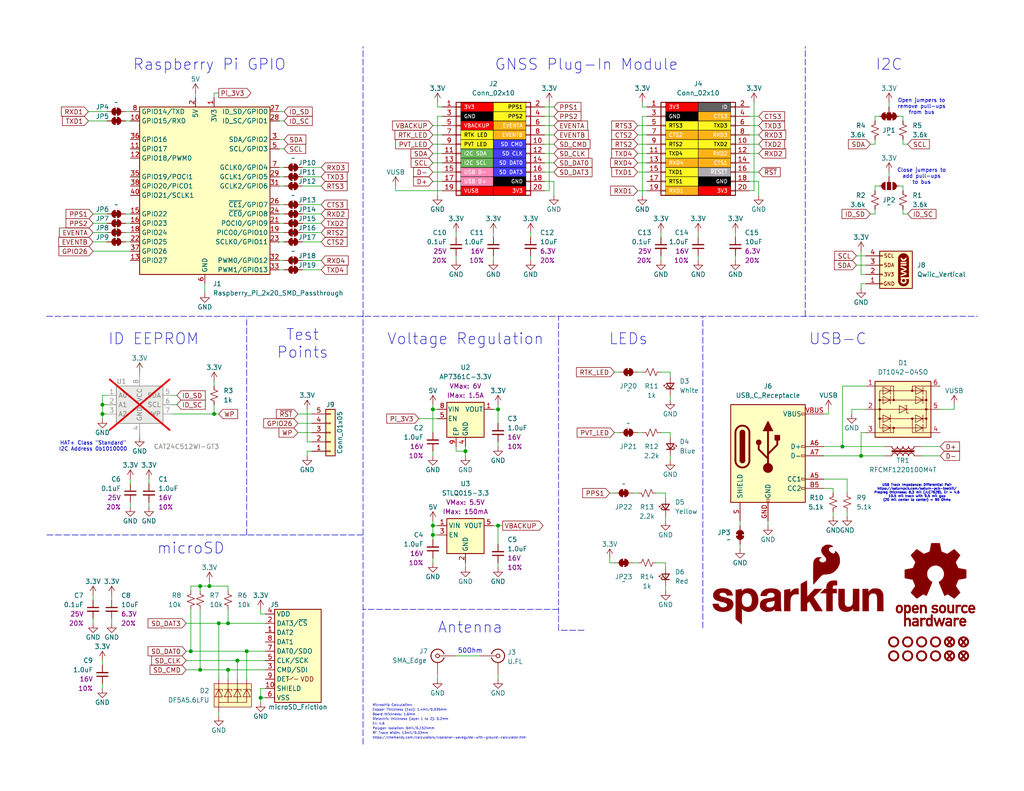
<source format=kicad_sch>
(kicad_sch (version 20231120) (generator "eeschema") (generator_version "8.0")
  (paper "USLetter")
  (title_block (title "SparkFun GNSS pHAT") (date "2025-01-23") (rev "v01") (company "SparkFun") (comment 1 "Designed by: P.C."))
  (lib_symbols
    (symbol "SparkFun-Aesthetic:Fiducial_0.5mm"
      (symbol "Fiducial_0.5mm_1_1"
        (text "x" (at 0 0.254 0) (effects (font (size 2.5 2.5) (bold yes))))
      )
    )
    (symbol "SparkFun-Aesthetic:OSHW_Logo" (pin_names (offset 1.016)) (in_bom no))
    (symbol "SparkFun-Aesthetic:SparkFun_Logo" (pin_names (offset 1.016)) (on_board no))
    (symbol "SparkFun-Capacitor:0.1uF_0603_25V_20%" (pin_numbers hide) (pin_names (offset 0.254))
      (property "Reference" "C" (at 0.635 2.54 0))
      (property "Value" "0.1uF" (at 0.635 -2.54 0))
      (property "Voltage" "25V" (at 0 -6.35 0))
      (property "Tolerance" "20%" (at 0 -8.89 0))
      (symbol "0.1uF_0603_25V_20%_1_1"
        (pin passive line (at 0 2.54 270) (length 2.032) (name "~") (number "1"))
        (pin passive line (at 0 -2.54 90) (length 2.032) (name "~") (number "2"))
      )
    )
    (symbol "SparkFun-Capacitor:1.0uF_0603_16V_10%" (pin_numbers hide) (pin_names (offset 0.254))
      (property "Reference" "C" (at 0.635 2.54 0))
      (property "Value" "1.0uF" (at 0.635 -2.54 0))
      (property "Voltage" "16V" (at 0 -6.35 0))
      (property "Tolerance" "10%" (at 0 -8.89 0))
      (symbol "1.0uF_0603_16V_10%_1_1"
        (pin passive line (at 0 2.54 270) (length 2.032) (name "~") (number "1"))
        (pin passive line (at 0 -2.54 90) (length 2.032) (name "~") (number "2"))
      )
    )
    (symbol "SparkFun-Capacitor:10uF_0603_6.3V_20%" (pin_numbers hide) (pin_names (offset 0.254))
      (property "Reference" "C" (at 0.635 2.54 0))
      (property "Value" "10uF" (at 0.635 -2.54 0))
      (property "Voltage" "6.3V" (at 0 -6.35 0))
      (property "Tolerance" "20%" (at 0 -8.89 0))
      (symbol "10uF_0603_6.3V_20%_1_1"
        (pin passive line (at 0 2.54 270) (length 2.032) (name "~") (number "1"))
        (pin passive line (at 0 -2.54 90) (length 2.032) (name "~") (number "2"))
      )
    )
    (symbol "SparkFun-Coil:USB_Transformer" (pin_numbers hide) (pin_names (offset 0))
      (property "Reference" "TR" (at 0 3.81 0))
      (property "Value" "RFCMF1220100M4T" (at 0 -3.81 0))
      (symbol "USB_Transformer_1_1"
        (pin passive line (at -5.08 1.27 0) (length 0) (name "~") (number "1"))
        (pin passive line (at 5.08 1.27 180) (length 0) (name "~") (number "2"))
        (pin passive line (at -5.08 -1.27 0) (length 0) (name "~") (number "3"))
        (pin passive line (at 5.08 -1.27 180) (length 0) (name "~") (number "4"))
      )
    )
    (symbol "SparkFun-Connector:Conn_01x05" (pin_names (offset 1.016) hide)
      (property "Reference" "J" (at 0 7.62 0))
      (property "Value" "Conn_01x05" (at 0 -7.62 0))
      (symbol "Conn_01x05_1_1"
        (pin passive line (at -5.08 5.08 0) (length 3.81) (name "Pin_1") (number "1"))
        (pin passive line (at -5.08 2.54 0) (length 3.81) (name "Pin_2") (number "2"))
        (pin passive line (at -5.08 0 0) (length 3.81) (name "Pin_3") (number "3"))
        (pin passive line (at -5.08 -2.54 0) (length 3.81) (name "Pin_4") (number "4"))
        (pin passive line (at -5.08 -5.08 0) (length 3.81) (name "Pin_5") (number "5"))
      )
    )
    (symbol "SparkFun-Connector:Conn_02x10_2.0mm_GNSS_Plug-In_Header_Left" (pin_names (offset 1.016) hide)
      (property "Reference" "J" (at -10.16 12.7 0))
      (property "Value" "Conn_02x10" (at -5.08 -15.24 0))
      (symbol "Conn_02x10_2.0mm_GNSS_Plug-In_Header_Left_1_1"
        (text_box "3V3" (at -8.89 11.43 0) (size 8.89 -2.54) (stroke (width 0.0254) (color 0 0 1 1)) (fill (type color) (color 255 0 0 1)) (effects (font (size 1.016 1.016)) (justify left)))
        (text_box "3V3" (at 0 -11.43 0) (size 8.89 -2.54) (stroke (width 0.0254) (color 0 0 1 1)) (fill (type color) (color 255 0 0 1)) (effects (font (size 1.016 1.016)) (justify right)))
        (text_box "EVENTA" (at 0 6.35 0) (size 8.89 -2.54) (stroke (width 0.0254) (color 0 0 1 1)) (fill (type color) (color 255 178 23 1)) (effects (font (size 1.016 1.016)) (justify right)))
        (text_box "EVENTB" (at 0 3.81 0) (size 8.89 -2.54) (stroke (width 0.0254) (color 0 0 1 1)) (fill (type color) (color 255 178 23 1)) (effects (font (size 1.016 1.016)) (justify right)))
        (text_box "GND" (at -8.89 8.89 0) (size 8.89 -2.54) (stroke (width 0.0254) (color 0 0 1 1)) (fill (type color) (color 0 0 0 1)) (effects (font (size 1.016 1.016)) (justify left)))
        (text_box "GND" (at 0 -8.89 0) (size 8.89 -2.54) (stroke (width 0.0254) (color 0 0 1 1)) (fill (type color) (color 0 0 0 1)) (effects (font (size 1.016 1.016)) (justify right)))
        (text_box "I2C SCL" (at -8.89 -3.81 0) (size 8.89 -2.54) (stroke (width 0.0254) (color 0 0 1 1)) (fill (type color) (color 108 183 90 1)) (effects (font (size 1.016 1.016)) (justify left)))
        (text_box "I2C SDA" (at -8.89 -1.27 0) (size 8.89 -2.54) (stroke (width 0.0254) (color 0 0 1 1)) (fill (type color) (color 108 183 90 1)) (effects (font (size 1.016 1.016)) (justify left)))
        (text_box "PPS1" (at 0 11.43 0) (size 8.89 -2.54) (stroke (width 0.0254) (color 0 0 1 1)) (fill (type color) (color 255 248 32 1)) (effects (font (size 1.016 1.016)) (justify right)))
        (text_box "PPS2" (at 0 8.89 0) (size 8.89 -2.54) (stroke (width 0.0254) (color 0 0 1 1)) (fill (type color) (color 255 248 32 1)) (effects (font (size 1.016 1.016)) (justify right)))
        (text_box "PVT LED" (at -8.89 1.27 0) (size 8.89 -2.54) (stroke (width 0.0254) (color 0 0 1 1)) (fill (type color) (color 255 248 32 1)) (effects (font (size 1.016 1.016)) (justify left)))
        (text_box "RTK LED" (at -8.89 3.81 0) (size 8.89 -2.54) (stroke (width 0.0254) (color 0 0 1 1)) (fill (type color) (color 255 248 32 1)) (effects (font (size 1.016 1.016)) (justify left)))
        (text_box "SD CLK" (at 0 -1.27 0) (size 8.89 -2.54) (stroke (width 0.0254) (color 0 0 1 1)) (fill (type color) (color 67 61 255 1)) (effects (font (size 1.016 1.016)) (justify right)))
        (text_box "SD CMD" (at 0 1.27 0) (size 8.89 -2.54) (stroke (width 0.0254) (color 0 0 1 1)) (fill (type color) (color 67 61 255 1)) (effects (font (size 1.016 1.016)) (justify right)))
        (text_box "SD DAT0" (at 0 -3.81 0) (size 8.89 -2.54) (stroke (width 0.0254) (color 0 0 1 1)) (fill (type color) (color 67 61 255 1)) (effects (font (size 1.016 1.016)) (justify right)))
        (text_box "SD DAT3" (at 0 -6.35 0) (size 8.89 -2.54) (stroke (width 0.0254) (color 0 0 1 1)) (fill (type color) (color 67 61 255 1)) (effects (font (size 1.016 1.016)) (justify right)))
        (text_box "USB D+" (at -8.89 -8.89 0) (size 8.89 -2.54) (stroke (width 0.0254) (color 0 0 1 1)) (fill (type color) (color 255 136 181 1)) (effects (font (size 1.016 1.016)) (justify left)))
        (text_box "USB D-" (at -8.89 -6.35 0) (size 8.89 -2.54) (stroke (width 0.0254) (color 0 0 1 1)) (fill (type color) (color 255 136 181 1)) (effects (font (size 1.016 1.016)) (justify left)))
        (text_box "VBACKUP" (at -8.89 6.35 0) (size 8.89 -2.54) (stroke (width 0.0254) (color 0 0 1 1)) (fill (type color) (color 255 0 0 1)) (effects (font (size 1.016 1.016)) (justify left)))
        (text_box "VUSB" (at -8.89 -11.43 0) (size 8.89 -2.54) (stroke (width 0.0254) (color 0 0 1 1)) (fill (type color) (color 255 0 0 1)) (effects (font (size 1.016 1.016)) (justify left)))
        (pin passive line (at -13.97 10.16 0) (length 3.81) (name "Pin_1") (number "1"))
        (pin passive line (at 13.97 0 180) (length 3.81) (name "Pin_10") (number "10"))
        (pin passive line (at -13.97 -2.54 0) (length 3.81) (name "Pin_1") (number "11"))
        (pin passive line (at 13.97 -2.54 180) (length 3.81) (name "Pin_2") (number "12"))
        (pin passive line (at -13.97 -5.08 0) (length 3.81) (name "Pin_1") (number "13"))
        (pin passive line (at 13.97 -5.08 180) (length 3.81) (name "Pin_2") (number "14"))
        (pin passive line (at -13.97 -7.62 0) (length 3.81) (name "Pin_1") (number "15"))
        (pin passive line (at 13.97 -7.62 180) (length 3.81) (name "Pin_2") (number "16"))
        (pin passive line (at -13.97 -10.16 0) (length 3.81) (name "Pin_1") (number "17"))
        (pin passive line (at 13.97 -10.16 180) (length 3.81) (name "Pin_2") (number "18"))
        (pin passive line (at -13.97 -12.7 0) (length 3.81) (name "Pin_1") (number "19"))
        (pin passive line (at 13.97 10.16 180) (length 3.81) (name "Pin_2") (number "2"))
        (pin passive line (at 13.97 -12.7 180) (length 3.81) (name "Pin_2") (number "20"))
        (pin passive line (at -13.97 7.62 0) (length 3.81) (name "Pin_3") (number "3"))
        (pin passive line (at 13.97 7.62 180) (length 3.81) (name "Pin_4") (number "4"))
        (pin passive line (at -13.97 5.08 0) (length 3.81) (name "Pin_5") (number "5"))
        (pin passive line (at 13.97 5.08 180) (length 3.81) (name "Pin_6") (number "6"))
        (pin passive line (at -13.97 2.54 0) (length 3.81) (name "Pin_7") (number "7"))
        (pin passive line (at 13.97 2.54 180) (length 3.81) (name "Pin_8") (number "8"))
        (pin passive line (at -13.97 0 0) (length 3.81) (name "Pin_9") (number "9"))
      )
    )
    (symbol "SparkFun-Connector:Conn_02x10_2.0mm_GNSS_Plug-In_Header_Right" (pin_names (offset 1.016) hide)
      (property "Reference" "J" (at -10.16 12.7 0))
      (property "Value" "Conn_02x10" (at -5.08 -15.24 0))
      (symbol "Conn_02x10_2.0mm_GNSS_Plug-In_Header_Right_1_1"
        (text_box "3V3" (at -8.89 11.43 0) (size 8.89 -2.54) (stroke (width 0.0254) (color 0 0 1 1)) (fill (type color) (color 255 0 0 1)) (effects (font (size 1.016 1.016)) (justify left)))
        (text_box "3V3" (at 0 -11.43 0) (size 8.89 -2.54) (stroke (width 0.0254) (color 0 0 1 1)) (fill (type color) (color 255 0 0 1)) (effects (font (size 1.016 1.016)) (justify right)))
        (text_box "CTS1" (at 0 -3.81 0) (size 8.89 -2.54) (stroke (width 0.0254) (color 0 0 1 1)) (fill (type color) (color 255 178 23 1)) (effects (font (size 1.016 1.016)) (justify right)))
        (text_box "CTS2" (at -8.89 3.81 0) (size 8.89 -2.54) (stroke (width 0.0254) (color 0 0 1 1)) (fill (type color) (color 255 178 23 1)) (effects (font (size 1.016 1.016)) (justify left)))
        (text_box "CTS3" (at 0 8.89 0) (size 8.89 -2.54) (stroke (width 0.0254) (color 0 0 1 1)) (fill (type color) (color 255 178 23 1)) (effects (font (size 1.016 1.016)) (justify right)))
        (text_box "GND" (at -8.89 8.89 0) (size 8.89 -2.54) (stroke (width 0.0254) (color 0 0 1 1)) (fill (type color) (color 0 0 0 1)) (effects (font (size 1.016 1.016)) (justify left)))
        (text_box "GND" (at 0 -8.89 0) (size 8.89 -2.54) (stroke (width 0.0254) (color 0 0 1 1)) (fill (type color) (color 0 0 0 1)) (effects (font (size 1.016 1.016)) (justify right)))
        (text_box "ID" (at 0 11.43 0) (size 8.89 -2.54) (stroke (width 0.0254) (color 0 0 1 1)) (fill (type color) (color 99 96 99 1)) (effects (font (size 1.016 1.016)) (justify right)))
        (text_box "RTS1" (at -8.89 -8.89 0) (size 8.89 -2.54) (stroke (width 0.0254) (color 0 0 1 1)) (fill (type color) (color 255 248 32 1)) (effects (font (size 1.016 1.016)) (justify left)))
        (text_box "RTS2" (at -8.89 1.27 0) (size 8.89 -2.54) (stroke (width 0.0254) (color 0 0 1 1)) (fill (type color) (color 255 248 32 1)) (effects (font (size 1.016 1.016)) (justify left)))
        (text_box "RTS3" (at -8.89 6.35 0) (size 8.89 -2.54) (stroke (width 0.0254) (color 0 0 1 1)) (fill (type color) (color 255 248 32 1)) (effects (font (size 1.016 1.016)) (justify left)))
        (text_box "RXD1" (at -8.89 -11.43 0) (size 8.89 -2.54) (stroke (width 0.0254) (color 0 0 1 1)) (fill (type color) (color 255 178 23 1)) (effects (font (size 1.016 1.016)) (justify left)))
        (text_box "RXD2" (at 0 -1.27 0) (size 8.89 -2.54) (stroke (width 0.0254) (color 0 0 1 1)) (fill (type color) (color 255 178 23 1)) (effects (font (size 1.016 1.016)) (justify right)))
        (text_box "RXD3" (at 0 3.81 0) (size 8.89 -2.54) (stroke (width 0.0254) (color 0 0 1 1)) (fill (type color) (color 255 178 23 1)) (effects (font (size 1.016 1.016)) (justify right)))
        (text_box "RXD4" (at -8.89 -3.81 0) (size 8.89 -2.54) (stroke (width 0.0254) (color 0 0 1 1)) (fill (type color) (color 255 178 23 1)) (effects (font (size 1.016 1.016)) (justify left)))
        (text_box "TXD1" (at -8.89 -6.35 0) (size 8.89 -2.54) (stroke (width 0.0254) (color 0 0 1 1)) (fill (type color) (color 255 248 32 1)) (effects (font (size 1.016 1.016)) (justify left)))
        (text_box "TXD2" (at 0 1.27 0) (size 8.89 -2.54) (stroke (width 0.0254) (color 0 0 1 1)) (fill (type color) (color 255 248 32 1)) (effects (font (size 1.016 1.016)) (justify right)))
        (text_box "TXD3" (at 0 6.35 0) (size 8.89 -2.54) (stroke (width 0.0254) (color 0 0 1 1)) (fill (type color) (color 255 248 32 1)) (effects (font (size 1.016 1.016)) (justify right)))
        (text_box "TXD4" (at -8.89 -1.27 0) (size 8.89 -2.54) (stroke (width 0.0254) (color 0 0 1 1)) (fill (type color) (color 255 248 32 1)) (effects (font (size 1.016 1.016)) (justify left)))
        (text_box "~{RESET}" (at 0 -6.35 0) (size 8.89 -2.54) (stroke (width 0.0254) (color 0 0 1 1)) (fill (type color) (color 176 171 176 1)) (effects (font (size 1.016 1.016)) (justify right)))
        (pin passive line (at -13.97 10.16 0) (length 3.81) (name "Pin_1") (number "1"))
        (pin passive line (at 13.97 0 180) (length 3.81) (name "Pin_10") (number "10"))
        (pin passive line (at -13.97 -2.54 0) (length 3.81) (name "Pin_1") (number "11"))
        (pin passive line (at 13.97 -2.54 180) (length 3.81) (name "Pin_2") (number "12"))
        (pin passive line (at -13.97 -5.08 0) (length 3.81) (name "Pin_1") (number "13"))
        (pin passive line (at 13.97 -5.08 180) (length 3.81) (name "Pin_2") (number "14"))
        (pin passive line (at -13.97 -7.62 0) (length 3.81) (name "Pin_1") (number "15"))
        (pin passive line (at 13.97 -7.62 180) (length 3.81) (name "Pin_2") (number "16"))
        (pin passive line (at -13.97 -10.16 0) (length 3.81) (name "Pin_1") (number "17"))
        (pin passive line (at 13.97 -10.16 180) (length 3.81) (name "Pin_2") (number "18"))
        (pin passive line (at -13.97 -12.7 0) (length 3.81) (name "Pin_1") (number "19"))
        (pin passive line (at 13.97 10.16 180) (length 3.81) (name "Pin_2") (number "2"))
        (pin passive line (at 13.97 -12.7 180) (length 3.81) (name "Pin_2") (number "20"))
        (pin passive line (at -13.97 7.62 0) (length 3.81) (name "Pin_3") (number "3"))
        (pin passive line (at 13.97 7.62 180) (length 3.81) (name "Pin_4") (number "4"))
        (pin passive line (at -13.97 5.08 0) (length 3.81) (name "Pin_5") (number "5"))
        (pin passive line (at 13.97 5.08 180) (length 3.81) (name "Pin_6") (number "6"))
        (pin passive line (at -13.97 2.54 0) (length 3.81) (name "Pin_7") (number "7"))
        (pin passive line (at 13.97 2.54 180) (length 3.81) (name "Pin_8") (number "8"))
        (pin passive line (at -13.97 0 0) (length 3.81) (name "Pin_9") (number "9"))
      )
    )
    (symbol "SparkFun-Connector:Qwiic_Vertical" (pin_names (offset 1.016) hide)
      (property "Reference" "J" (at 0 5.08 0))
      (property "Value" "Qwiic_Vertical" (at 0 -7.62 0))
      (symbol "Qwiic_Vertical_1_1"
        (text "3V3" (at 1.27 -2.54 0) (effects (font (size 1 1))))
        (text "GND" (at 1.27 -5.08 0) (effects (font (size 1 1))))
        (text "SCL" (at 1.27 2.54 0) (effects (font (size 1 1))))
        (text "SDA" (at 1.27 0 0) (effects (font (size 1 1))))
        (pin passive line (at -5.08 -5.08 0) (length 3.81) (name "Pin_1") (number "1"))
        (pin passive line (at -5.08 -2.54 0) (length 3.81) (name "Pin_2") (number "2"))
        (pin passive line (at -5.08 0 0) (length 3.81) (name "Pin_3") (number "3"))
        (pin passive line (at -5.08 2.54 0) (length 3.81) (name "Pin_4") (number "4"))
        (pin no_connect line (at 2.54 3.81 270) (length 2.54) hide (name "NC") (number "NC1"))
        (pin no_connect line (at 2.54 3.81 270) (length 2.54) hide (name "NC") (number "NC2"))
      )
    )
    (symbol "SparkFun-Connector:Raspberry_Pi_2x20_PTH_SMD_Pass_Through_Top_Mount"
      (property "Reference" "J" (at -17.78 25.4 0))
      (property "Value" "Raspberry_Pi_2x20_SMD_Passthrough" (at 5.08 -22.86 0))
      (symbol "Raspberry_Pi_2x20_PTH_SMD_Pass_Through_Top_Mount_1_1"
        (pin power_in line (at 2.54 26.67 270) (length 2.54) (name "3V3") (number "1"))
        (pin bidirectional line (at -20.32 20.32 0) (length 2.54) (name "GPIO15/RXD") (number "10"))
        (pin bidirectional line (at -20.32 12.7 0) (length 2.54) (name "GPIO17") (number "11"))
        (pin bidirectional line (at -20.32 10.16 0) (length 2.54) (name "GPIO18/PWM0") (number "12"))
        (pin bidirectional line (at -20.32 -17.78 0) (length 2.54) (name "GPIO27") (number "13"))
        (pin passive line (at 0 -24.13 90) (length 2.54) hide (name "GND") (number "14"))
        (pin bidirectional line (at -20.32 -5.08 0) (length 2.54) (name "GPIO22") (number "15"))
        (pin bidirectional line (at -20.32 -7.62 0) (length 2.54) (name "GPIO23") (number "16"))
        (pin passive line (at 2.54 26.67 270) (length 2.54) hide (name "3V3") (number "17"))
        (pin bidirectional line (at -20.32 -10.16 0) (length 2.54) (name "GPIO24") (number "18"))
        (pin bidirectional line (at 20.32 -10.16 180) (length 2.54) (name "PICO0/GPIO10") (number "19"))
        (pin power_in line (at -2.54 26.67 270) (length 2.54) (name "5V") (number "2"))
        (pin passive line (at 0 -24.13 90) (length 2.54) hide (name "GND") (number "20"))
        (pin bidirectional line (at 20.32 -7.62 180) (length 2.54) (name "POCI0/GPIO9") (number "21"))
        (pin bidirectional line (at -20.32 -12.7 0) (length 2.54) (name "GPIO25") (number "22"))
        (pin bidirectional line (at 20.32 -12.7 180) (length 2.54) (name "SCLK0/GPIO11") (number "23"))
        (pin bidirectional line (at 20.32 -5.08 180) (length 2.54) (name "~{CE0}/GPIO8") (number "24"))
        (pin passive line (at 0 -24.13 90) (length 2.54) hide (name "GND") (number "25"))
        (pin bidirectional line (at 20.32 -2.54 180) (length 2.54) (name "~{CE1}/GPIO7") (number "26"))
        (pin bidirectional line (at 20.32 22.86 180) (length 2.54) (name "ID_SD/GPIO0") (number "27"))
        (pin bidirectional line (at 20.32 20.32 180) (length 2.54) (name "ID_SC/GPIO1") (number "28"))
        (pin bidirectional line (at 20.32 5.08 180) (length 2.54) (name "GCLK1/GPIO5") (number "29"))
        (pin bidirectional line (at 20.32 15.24 180) (length 2.54) (name "SDA/GPIO2") (number "3"))
        (pin passive line (at 0 -24.13 90) (length 2.54) hide (name "GND") (number "30"))
        (pin bidirectional line (at 20.32 2.54 180) (length 2.54) (name "GCLK2/GPIO6") (number "31"))
        (pin bidirectional line (at 20.32 -17.78 180) (length 2.54) (name "PWM0/GPIO12") (number "32"))
        (pin bidirectional line (at 20.32 -20.32 180) (length 2.54) (name "PWM1/GPIO13") (number "33"))
        (pin passive line (at 0 -24.13 90) (length 2.54) hide (name "GND") (number "34"))
        (pin bidirectional line (at -20.32 5.08 0) (length 2.54) (name "GPIO19/POCI1") (number "35"))
        (pin bidirectional line (at -20.32 15.24 0) (length 2.54) (name "GPIO16") (number "36"))
        (pin bidirectional line (at -20.32 -15.24 0) (length 2.54) (name "GPIO26") (number "37"))
        (pin bidirectional line (at -20.32 2.54 0) (length 2.54) (name "GPIO20/PICO1") (number "38"))
        (pin passive line (at 0 -24.13 90) (length 2.54) hide (name "GND") (number "39"))
        (pin passive line (at -2.54 26.67 270) (length 2.54) hide (name "5V") (number "4"))
        (pin bidirectional line (at -20.32 0 0) (length 2.54) (name "GPIO21/SCLK1") (number "40"))
        (pin bidirectional line (at 20.32 12.7 180) (length 2.54) (name "SCL/GPIO3") (number "5"))
        (pin power_in line (at 0 -24.13 90) (length 2.54) (name "GND") (number "6"))
        (pin bidirectional line (at 20.32 7.62 180) (length 2.54) (name "GCLK0/GPIO4") (number "7"))
        (pin bidirectional line (at -20.32 22.86 0) (length 2.54) (name "GPIO14/TXD") (number "8"))
        (pin passive line (at 0 -24.13 90) (length 2.54) hide (name "GND") (number "9"))
      )
    )
    (symbol "SparkFun-Connector:USB_C_Receptacle" (pin_names (offset 1.016))
      (property "Reference" "J" (at -10.16 12.7 0))
      (property "Value" "USB_C_Receptacle" (at 19.05 12.7 0))
      (symbol "USB_C_Receptacle_1_1"
        (pin bidirectional line (at 15.24 -8.89 180) (length 5.08) (name "CC1") (number "A5"))
        (pin bidirectional line (at 15.24 0 180) (length 5.08) (name "D+") (number "A6"))
        (pin bidirectional line (at 15.24 -2.54 180) (length 5.08) (name "D-") (number "A7"))
        (pin no_connect line (at 2.54 -15.24 90) (length 5.08) hide (name "NC") (number "A8"))
        (pin bidirectional line (at 15.24 -11.43 180) (length 5.08) (name "CC2") (number "B5"))
        (pin bidirectional line (at 15.24 0 180) (length 5.08) hide (name "D+") (number "B6"))
        (pin bidirectional line (at 15.24 -2.54 180) (length 5.08) hide (name "D-") (number "B7"))
        (pin no_connect line (at 3.81 -15.24 90) (length 5.08) hide (name "NC") (number "B8"))
        (pin passive line (at 0 -20.32 90) (length 5.08) (name "GND") (number "GND"))
        (pin no_connect line (at -5.08 -15.24 90) (length 5.08) hide (name "NC") (number "NC1"))
        (pin no_connect line (at -3.81 -15.24 90) (length 5.08) hide (name "NC") (number "NC2"))
        (pin no_connect line (at -2.54 -15.24 90) (length 5.08) hide (name "NC") (number "NC3"))
        (pin passive line (at -7.62 -20.32 90) (length 5.08) (name "SHIELD") (number "S"))
        (pin power_out line (at 15.24 8.89 180) (length 5.08) (name "VBUS") (number "VBUS"))
      )
    )
    (symbol "SparkFun-Connector:microSD_Friction"
      (property "Reference" "J" (at -6.35 15.24 0))
      (property "Value" "microSD_Friction" (at 0 -12.7 0))
      (symbol "microSD_Friction_1_1"
        (text "VDD" (at 2.54 -5.08 0) (effects (font (size 1.27 1.27))))
        (pin bidirectional line (at -8.89 7.62 0) (length 2.54) (name "DAT2") (number "1"))
        (pin passive line (at -8.89 -7.62 0) (length 2.54) (name "SHIELD") (number "10"))
        (pin bidirectional line (at -8.89 10.16 0) (length 2.54) (name "DAT3/~{CS}") (number "2"))
        (pin input line (at -8.89 -2.54 0) (length 2.54) (name "CMD/SDI") (number "3"))
        (pin power_in line (at -8.89 12.7 0) (length 2.54) (name "VDD") (number "4"))
        (pin input line (at -8.89 0 0) (length 2.54) (name "CLK/SCK") (number "5"))
        (pin power_in line (at -8.89 -10.16 0) (length 2.54) (name "VSS") (number "6"))
        (pin bidirectional line (at -8.89 2.54 0) (length 2.54) (name "DAT0/SDO") (number "7"))
        (pin bidirectional line (at -8.89 5.08 0) (length 2.54) (name "DAT1") (number "8"))
        (pin passive line (at -8.89 -5.08 0) (length 2.54) (name "DET") (number "9"))
      )
    )
    (symbol "SparkFun-DiscreteSemi:D_TVS_ESD_4_HS" (pin_numbers hide) (pin_names hide)
      (property "Reference" "D" (at -2.54 -5.08 0))
      (property "Value" "DF5A5.6LFU" (at -3.81 -7.62 0))
      (symbol "D_TVS_ESD_4_HS_1_1"
        (pin passive line (at -2.54 3.81 270) (length 2.54) (name "K1") (number "1"))
        (pin passive line (at 5.08 -5.08 90) (length 2.54) (name "A") (number "2"))
        (pin passive line (at 0 3.81 270) (length 2.54) (name "K2") (number "3"))
        (pin passive line (at 2.54 3.81 270) (length 2.54) (name "K3") (number "4"))
        (pin passive line (at 5.08 3.81 270) (length 2.54) (name "K4") (number "5"))
      )
    )
    (symbol "SparkFun-DiscreteSemi:D_TVS_ESD_USB" (pin_names hide)
      (property "Reference" "D" (at -8.636 -2.794 90))
      (property "Value" "DT1042-04SO" (at 9.398 -8.382 90))
      (symbol "D_TVS_ESD_USB_1_1"
        (pin passive line (at -6.35 -11.43 90) (length 2.54) (name "I/O1") (number "1"))
        (pin passive line (at 0 -11.43 90) (length 2.54) (name "GND") (number "2"))
        (pin passive line (at 6.35 -11.43 90) (length 2.54) (name "I/O2") (number "3"))
        (pin passive line (at 6.35 8.89 270) (length 2.54) (name "I/O3") (number "4"))
        (pin passive line (at 0 8.89 270) (length 2.54) (name "VCC") (number "5"))
        (pin passive line (at -6.35 8.89 270) (length 2.54) (name "I/O4") (number "6"))
      )
    )
    (symbol "SparkFun-Hardware:Standoff")
    (symbol "SparkFun-Hardware:Standoff_Raspberry-Pi_HAT+")
    (symbol "SparkFun-IC-Memory:CAT24C512WI-GT3"
      (property "Reference" "U" (at -5.715 6.35 0))
      (property "Value" "CAT24C512WI-GT3" (at 1.27 6.35 0))
      (symbol "CAT24C512WI-GT3_1_1"
        (pin input line (at -8.89 2.54 0) (length 2.54) (name "A0") (number "1"))
        (pin input line (at -8.89 0 0) (length 2.54) (name "A1") (number "2"))
        (pin input line (at -8.89 -2.54 0) (length 2.54) (name "A2") (number "3"))
        (pin power_in line (at 0 -7.62 90) (length 2.54) (name "GND") (number "4"))
        (pin bidirectional line (at 8.89 2.54 180) (length 2.54) (name "SDA") (number "5"))
        (pin input line (at 8.89 0 180) (length 2.54) (name "SCL") (number "6"))
        (pin input line (at 8.89 -2.54 180) (length 2.54) (name "WP") (number "7"))
        (pin power_in line (at 0 7.62 270) (length 2.54) (name "VCC") (number "8"))
      )
    )
    (symbol "SparkFun-Jumper:SolderJumper_2_Bridged" (pin_numbers hide) (pin_names (offset 0) hide)
      (property "Reference" "JP" (at 0 2.032 0))
      (property "Value" "~" (at 0 -2.54 0))
      (symbol "SolderJumper_2_Bridged_1_1"
        (pin passive line (at -2.54 0 0) (length 1.27) (name "A") (number "1"))
        (pin passive line (at 2.54 0 180) (length 1.27) (name "B") (number "2"))
      )
    )
    (symbol "SparkFun-Jumper:SolderJumper_3_Bridged123" (pin_numbers hide) (pin_names (offset 0) hide)
      (property "Reference" "JP" (at 0 2.54 0))
      (property "Value" "~" (at 3.81 1.27 0))
      (symbol "SolderJumper_3_Bridged123_1_1"
        (pin passive line (at -2.54 0 0) (length 1.27) (name "A") (number "1"))
        (pin passive line (at 0 -2.54 90) (length 1.27) (name "B") (number "2"))
        (pin passive line (at 2.54 0 180) (length 1.27) (name "C") (number "3"))
      )
    )
    (symbol "SparkFun-Jumper:SolderJumper_3_Open" (pin_numbers hide) (pin_names (offset 0) hide)
      (property "Reference" "JP" (at 0 2.54 0))
      (property "Value" "~" (at 3.81 1.27 0))
      (symbol "SolderJumper_3_Open_1_1"
        (pin passive line (at -2.54 0 0) (length 1.27) (name "A") (number "1"))
        (pin passive line (at 0 -2.54 90) (length 1.27) (name "B") (number "2"))
        (pin passive line (at 2.54 0 180) (length 1.27) (name "C") (number "3"))
      )
    )
    (symbol "SparkFun-LED:LED_Blue_0603" (pin_numbers hide) (pin_names (offset 1.016) hide)
      (property "Reference" "D" (at 0 2.54 0))
      (property "Value" "Blue" (at 0 -2.54 0))
      (symbol "LED_Blue_0603_1_1"
        (pin passive line (at -2.54 0 0) (length 1.778) (name "K") (number "1"))
        (pin passive line (at 2.54 0 180) (length 1.778) (name "A") (number "2"))
      )
    )
    (symbol "SparkFun-LED:LED_Red_0603" (pin_numbers hide) (pin_names (offset 1.016) hide)
      (property "Reference" "D" (at 0 2.54 0))
      (property "Value" "Red" (at 0 -2.54 0))
      (symbol "LED_Red_0603_1_1"
        (pin passive line (at -2.54 0 0) (length 1.778) (name "K") (number "1"))
        (pin passive line (at 2.54 0 180) (length 1.778) (name "A") (number "2"))
      )
    )
    (symbol "SparkFun-LED:LED_White_0603" (pin_numbers hide) (pin_names (offset 1.016) hide)
      (property "Reference" "D" (at 0 2.54 0))
      (property "Value" "White" (at 0 -2.54 0))
      (symbol "LED_White_0603_1_1"
        (pin passive line (at -2.54 0 0) (length 1.778) (name "K") (number "1"))
        (pin passive line (at 2.54 0 180) (length 1.778) (name "A") (number "2"))
      )
    )
    (symbol "SparkFun-LED:LED_Yellow_0603" (pin_numbers hide) (pin_names (offset 1.016) hide)
      (property "Reference" "D" (at 0 2.54 0))
      (property "Value" "Yellow" (at 0 -2.54 0))
      (symbol "LED_Yellow_0603_1_1"
        (pin passive line (at -2.54 0 0) (length 1.778) (name "K") (number "1"))
        (pin passive line (at 2.54 0 180) (length 1.778) (name "A") (number "2"))
      )
    )
    (symbol "SparkFun-PowerSymbol:3.3V" (power) (pin_names (offset 0))
      (property "Value" "3.3V" (at 0 3.81 0))
      (symbol "3.3V_1_1"
        (pin power_in line (at 0 0 90) (length 0) hide (name "3.3V") (number "1"))
      )
    )
    (symbol "SparkFun-PowerSymbol:5V" (power) (pin_names (offset 0))
      (property "Value" "5V" (at 0 3.81 0))
      (symbol "5V_1_1"
        (pin power_in line (at 0 0 90) (length 0) hide (name "5V") (number "1"))
      )
    )
    (symbol "SparkFun-PowerSymbol:GND" (power) (pin_names (offset 0))
      (property "Value" "GND" (at 0 -3.81 0))
      (symbol "GND_1_1"
        (pin power_in line (at 0 0 270) (length 0) hide (name "GND") (number "1"))
      )
    )
    (symbol "SparkFun-PowerSymbol:VUSB" (power) (pin_names (offset 0))
      (property "Value" "VUSB" (at 0 3.81 0))
      (symbol "VUSB_1_1"
        (pin power_in line (at 0 0 90) (length 0) hide (name "VUSB") (number "1"))
      )
    )
    (symbol "SparkFun-RF:SMA_EdgeMount" (pin_numbers hide) (pin_names (offset 1.016) hide)
      (property "Reference" "J" (at 0.254 3.048 0))
      (property "Value" "SMA_Edge" (at 3.81 0 90))
      (symbol "SMA_EdgeMount_1_1"
        (pin passive line (at -5.08 0 0) (length 2.54) (name "In") (number "1"))
        (pin passive line (at 0 -5.08 90) (length 2.54) (name "Ext") (number "2"))
      )
    )
    (symbol "SparkFun-RF:U.FL" (pin_numbers hide) (pin_names (offset 1.016) hide)
      (property "Reference" "J" (at 0.254 3.048 0))
      (property "Value" "U.FL" (at 2.921 0 90))
      (symbol "U.FL_1_1"
        (pin passive line (at -5.08 0 0) (length 2.54) (name "In") (number "1"))
        (pin passive line (at 0 -5.08 90) (length 2.54) (name "Ext") (number "2"))
      )
    )
    (symbol "SparkFun-Regulator:AP7361C-3.3V" (pin_names (offset 0.254))
      (property "Reference" "U" (at 0 13.97 0))
      (property "Value" "AP7361C-3.3V" (at 0 11.43 0))
      (property "VMax" "6V" (at 0 8.89 0) (show_name))
      (property "IMax" "1.5A" (at 0 6.35 0) (show_name))
      (symbol "AP7361C-3.3V_1_1"
        (pin power_out line (at 7.62 2.54 180) (length 2.54) (name "VOUT") (number "1"))
        (pin no_connect line (at 5.08 -2.54 180) (length 2.54) hide (name "NC") (number "2"))
        (pin no_connect line (at 5.08 -2.54 180) (length 2.54) hide (name "NC") (number "3"))
        (pin power_in line (at 0 -7.62 90) (length 2.54) (name "GND") (number "4"))
        (pin input line (at -7.62 0 0) (length 2.54) (name "EN") (number "5"))
        (pin no_connect line (at 5.08 -2.54 180) (length 2.54) hide (name "NC") (number "6"))
        (pin no_connect line (at 5.08 -2.54 180) (length 2.54) hide (name "NC") (number "7"))
        (pin power_in line (at -7.62 2.54 0) (length 2.54) (name "VIN") (number "8"))
        (pin passive line (at -2.54 -7.62 90) (length 2.54) (name "EP") (number "9"))
      )
    )
    (symbol "SparkFun-Regulator:STLQ015-3.3"
      (property "Reference" "U3" (at 0 13.97 0))
      (property "Value" "STLQ015-3.3" (at 0 11.43 0))
      (property "VMax" "5.5V" (at 0 8.89 0) (show_name))
      (property "IMax" "150mA" (at 0 6.35 0) (show_name))
      (symbol "STLQ015-3.3_1_1"
        (pin power_in line (at -7.62 2.54 0) (length 2.54) (name "VIN") (number "1"))
        (pin power_in line (at 0 -7.62 90) (length 2.54) (name "GND") (number "2"))
        (pin input line (at -7.62 0 0) (length 2.54) (name "EN") (number "3"))
        (pin no_connect line (at 5.08 0 180) (length 2.54) hide (name "NC") (number "4"))
        (pin power_out line (at 7.62 2.54 180) (length 2.54) (name "VOUT") (number "5"))
      )
    )
    (symbol "SparkFun-Resistor:10k_0603" (pin_numbers hide) (pin_names (offset 0))
      (property "Reference" "R" (at 0 -2.54 0))
      (property "Value" "10k" (at 0 2.54 0))
      (symbol "10k_0603_1_1"
        (pin passive line (at -2.54 0 0) (length 1.016) (name "~") (number "1"))
        (pin passive line (at 2.54 0 180) (length 1.016) (name "~") (number "2"))
      )
    )
    (symbol "SparkFun-Resistor:1k_0603" (pin_numbers hide) (pin_names (offset 0))
      (property "Reference" "R" (at 0 -2.54 0))
      (property "Value" "1k" (at 0 2.54 0))
      (symbol "1k_0603_1_1"
        (pin passive line (at -2.54 0 0) (length 1.016) (name "~") (number "1"))
        (pin passive line (at 2.54 0 180) (length 1.016) (name "~") (number "2"))
      )
    )
    (symbol "SparkFun-Resistor:2.2k_0603" (pin_numbers hide) (pin_names (offset 0))
      (property "Reference" "R" (at 0 -2.54 0))
      (property "Value" "2.2k" (at 0 2.54 0))
      (symbol "2.2k_0603_1_1"
        (pin passive line (at -2.54 0 0) (length 1.016) (name "~") (number "1"))
        (pin passive line (at 2.54 0 180) (length 1.016) (name "~") (number "2"))
      )
    )
    (symbol "SparkFun-Resistor:3.6k_0603" (pin_numbers hide) (pin_names (offset 0))
      (property "Reference" "R" (at 0 -2.54 0))
      (property "Value" "3.6k" (at 0 2.54 0))
      (symbol "3.6k_0603_1_1"
        (pin passive line (at -2.54 0 0) (length 1.016) (name "~") (number "1"))
        (pin passive line (at 2.54 0 180) (length 1.016) (name "~") (number "2"))
      )
    )
    (symbol "SparkFun-Resistor:5.1k_0603" (pin_numbers hide) (pin_names (offset 0))
      (property "Reference" "R" (at 0 -2.54 0))
      (property "Value" "5.1k" (at 0 2.54 0))
      (symbol "5.1k_0603_1_1"
        (pin passive line (at -2.54 0 0) (length 1.016) (name "~") (number "1"))
        (pin passive line (at 2.54 0 180) (length 1.016) (name "~") (number "2"))
      )
    )
  )
  (junction (at 118.11 143.51))
  (junction (at 118.11 146.05))
  (junction (at 27.94 110.49))
  (junction (at 57.15 160.02))
  (junction (at 67.31 177.8))
  (junction (at 54.61 182.88))
  (junction (at 229.87 121.92))
  (junction (at 234.95 124.46))
  (junction (at 71.12 190.5))
  (junction (at 59.69 170.18))
  (junction (at 127 123.19))
  (junction (at 62.23 170.18))
  (junction (at 27.94 113.03))
  (junction (at 62.23 182.88))
  (junction (at 54.61 160.02))
  (junction (at 64.77 180.34))
  (junction (at 58.42 113.03))
  (junction (at 118.11 111.76))
  (junction (at 52.07 177.8))
  (junction (at 135.89 111.76))
  (junction (at 135.89 143.51))
  (wire (pts (xy 149.86 27.94) (xy 149.86 52.07)))
  (wire (pts (xy 50.8 182.88) (xy 54.61 182.88)))
  (wire (pts (xy 82.55 48.26) (xy 87.63 48.26)))
  (wire (pts (xy 81.28 115.57) (xy 85.09 115.57)))
  (wire (pts (xy 204.47 52.07) (xy 205.74 52.07)))
  (wire (pts (xy 246.38 31.75) (xy 246.38 33.02)))
  (wire (pts (xy 124.46 121.92) (xy 124.46 123.19)))
  (wire (pts (xy 236.22 118.11) (xy 234.95 118.11)))
  (wire (pts (xy 82.55 63.5) (xy 87.63 63.5)))
  (wire (pts (xy 55.88 77.47) (xy 55.88 80.01)))
  (wire (pts (xy 71.12 190.5) (xy 71.12 191.77)))
  (wire (pts (xy 205.74 27.94) (xy 205.74 52.07)))
  (wire (pts (xy 179.07 134.62) (xy 181.61 134.62)))
  (wire (pts (xy 175.26 27.94) (xy 175.26 29.21)))
  (wire (pts (xy 135.89 153.67) (xy 135.89 154.94)))
  (wire (pts (xy 127 121.92) (xy 127 123.19)))
  (wire (pts (xy 172.72 153.67) (xy 173.99 153.67)))
  (wire (pts (xy 27.94 113.03) (xy 29.21 113.03)))
  (polyline (pts (xy 67.31 146.05) (xy 67.31 86.36)) (stroke (width 0) (type dash)))
  (wire (pts (xy 229.87 121.92) (xy 241.3 121.92)))
  (wire (pts (xy 148.59 34.29) (xy 151.13 34.29)))
  (wire (pts (xy 118.11 110.49) (xy 118.11 111.76)))
  (wire (pts (xy 27.94 186.69) (xy 27.94 187.96)))
  (wire (pts (xy 182.88 118.11) (xy 182.88 119.38)))
  (wire (pts (xy 201.93 142.24) (xy 201.93 143.51)))
  (wire (pts (xy 135.89 143.51) (xy 137.16 143.51)))
  (wire (pts (xy 180.34 69.85) (xy 180.34 71.12)))
  (wire (pts (xy 25.4 66.04) (xy 29.21 66.04)))
  (wire (pts (xy 238.76 57.15) (xy 238.76 58.42)))
  (wire (pts (xy 76.2 58.42) (xy 77.47 58.42)))
  (wire (pts (xy 245.11 50.8) (xy 246.38 50.8)))
  (wire (pts (xy 119.38 31.75) (xy 119.38 53.34)))
  (wire (pts (xy 209.55 142.24) (xy 209.55 143.51)))
  (wire (pts (xy 120.65 31.75) (xy 119.38 31.75)))
  (polyline (pts (xy 99.06 86.36) (xy 99.06 12.7)) (stroke (width 0) (type dash)))
  (wire (pts (xy 180.34 118.11) (xy 182.88 118.11)))
  (wire (pts (xy 233.68 72.39) (xy 236.22 72.39)))
  (wire (pts (xy 118.11 49.53) (xy 120.65 49.53)))
  (wire (pts (xy 179.07 153.67) (xy 181.61 153.67)))
  (wire (pts (xy 54.61 166.37) (xy 54.61 182.88)))
  (wire (pts (xy 190.5 63.5) (xy 190.5 64.77)))
  (wire (pts (xy 64.77 180.34) (xy 64.77 185.42)))
  (wire (pts (xy 234.95 68.58) (xy 234.95 74.93)))
  (wire (pts (xy 58.42 110.49) (xy 58.42 113.03)))
  (wire (pts (xy 166.37 153.67) (xy 167.64 153.67)))
  (wire (pts (xy 57.15 160.02) (xy 62.23 160.02)))
  (wire (pts (xy 182.88 101.6) (xy 182.88 102.87)))
  (wire (pts (xy 62.23 182.88) (xy 62.23 185.42)))
  (wire (pts (xy 181.61 153.67) (xy 181.61 154.94)))
  (wire (pts (xy 226.06 111.76) (xy 226.06 113.03)))
  (wire (pts (xy 82.55 58.42) (xy 87.63 58.42)))
  (wire (pts (xy 201.93 148.59) (xy 201.93 149.86)))
  (wire (pts (xy 118.11 36.83) (xy 120.65 36.83)))
  (wire (pts (xy 27.94 180.34) (xy 27.94 181.61)))
  (wire (pts (xy 114.3 114.3) (xy 119.38 114.3)))
  (wire (pts (xy 118.11 142.24) (xy 118.11 143.51)))
  (wire (pts (xy 76.2 30.48) (xy 77.47 30.48)))
  (wire (pts (xy 118.11 41.91) (xy 120.65 41.91)))
  (wire (pts (xy 148.59 49.53) (xy 151.13 49.53)))
  (wire (pts (xy 76.2 66.04) (xy 77.47 66.04)))
  (wire (pts (xy 119.38 27.94) (xy 119.38 29.21)))
  (wire (pts (xy 52.07 160.02) (xy 54.61 160.02)))
  (wire (pts (xy 118.11 34.29) (xy 120.65 34.29)))
  (wire (pts (xy 237.49 58.42) (xy 238.76 58.42)))
  (wire (pts (xy 236.22 74.93) (xy 234.95 74.93)))
  (wire (pts (xy 76.2 45.72) (xy 77.47 45.72)))
  (wire (pts (xy 166.37 134.62) (xy 167.64 134.62)))
  (wire (pts (xy 34.29 33.02) (xy 35.56 33.02)))
  (wire (pts (xy 173.99 44.45) (xy 176.53 44.45)))
  (wire (pts (xy 40.64 137.16) (xy 40.64 138.43)))
  (wire (pts (xy 181.61 134.62) (xy 181.61 135.89)))
  (wire (pts (xy 118.11 152.4) (xy 118.11 153.67)))
  (wire (pts (xy 134.62 69.85) (xy 134.62 71.12)))
  (wire (pts (xy 246.38 57.15) (xy 246.38 58.42)))
  (wire (pts (xy 246.38 58.42) (xy 247.65 58.42)))
  (wire (pts (xy 58.42 25.4) (xy 58.42 26.67)))
  (wire (pts (xy 237.49 39.37) (xy 238.76 39.37)))
  (wire (pts (xy 72.39 187.96) (xy 71.12 187.96)))
  (wire (pts (xy 54.61 160.02) (xy 57.15 160.02)))
  (wire (pts (xy 135.89 143.51) (xy 135.89 148.59)))
  (wire (pts (xy 236.22 77.47) (xy 234.95 77.47)))
  (wire (pts (xy 82.55 71.12) (xy 87.63 71.12)))
  (wire (pts (xy 46.99 110.49) (xy 48.26 110.49)))
  (wire (pts (xy 85.09 123.19) (xy 83.82 123.19)))
  (wire (pts (xy 54.61 160.02) (xy 54.61 161.29)))
  (wire (pts (xy 59.69 113.03) (xy 58.42 113.03)))
  (wire (pts (xy 172.72 134.62) (xy 173.99 134.62)))
  (wire (pts (xy 25.4 168.91) (xy 25.4 170.18)))
  (wire (pts (xy 118.11 143.51) (xy 119.38 143.51)))
  (wire (pts (xy 204.47 49.53) (xy 207.01 49.53)))
  (wire (pts (xy 144.78 63.5) (xy 144.78 64.77)))
  (wire (pts (xy 231.14 130.81) (xy 231.14 134.62)))
  (wire (pts (xy 236.22 105.41) (xy 229.87 105.41)))
  (wire (pts (xy 58.42 25.4) (xy 59.69 25.4)))
  (wire (pts (xy 71.12 166.37) (xy 71.12 167.64)))
  (wire (pts (xy 62.23 166.37) (xy 62.23 170.18)))
  (wire (pts (xy 118.11 143.51) (xy 118.11 146.05)))
  (wire (pts (xy 204.47 39.37) (xy 207.01 39.37)))
  (wire (pts (xy 34.29 63.5) (xy 35.56 63.5)))
  (wire (pts (xy 256.54 111.76) (xy 260.35 111.76)))
  (wire (pts (xy 27.94 107.95) (xy 29.21 107.95)))
  (wire (pts (xy 240.03 50.8) (xy 238.76 50.8)))
  (wire (pts (xy 59.69 170.18) (xy 62.23 170.18)))
  (wire (pts (xy 204.47 34.29) (xy 207.01 34.29)))
  (wire (pts (xy 173.99 52.07) (xy 176.53 52.07)))
  (wire (pts (xy 234.95 124.46) (xy 241.3 124.46)))
  (wire (pts (xy 119.38 184.15) (xy 119.38 185.42)))
  (wire (pts (xy 127 153.67) (xy 127 154.94)))
  (wire (pts (xy 175.26 31.75) (xy 175.26 53.34)))
  (wire (pts (xy 148.59 31.75) (xy 151.13 31.75)))
  (wire (pts (xy 176.53 29.21) (xy 175.26 29.21)))
  (wire (pts (xy 76.2 73.66) (xy 77.47 73.66)))
  (wire (pts (xy 182.88 107.95) (xy 182.88 109.22)))
  (wire (pts (xy 30.48 162.56) (xy 30.48 163.83)))
  (wire (pts (xy 64.77 180.34) (xy 72.39 180.34)))
  (wire (pts (xy 173.99 46.99) (xy 176.53 46.99)))
  (wire (pts (xy 238.76 50.8) (xy 238.76 52.07)))
  (wire (pts (xy 76.2 33.02) (xy 77.47 33.02)))
  (wire (pts (xy 82.55 73.66) (xy 87.63 73.66)))
  (wire (pts (xy 135.89 110.49) (xy 135.89 111.76)))
  (wire (pts (xy 224.79 113.03) (xy 226.06 113.03)))
  (wire (pts (xy 242.57 27.94) (xy 242.57 29.21)))
  (wire (pts (xy 173.99 41.91) (xy 176.53 41.91)))
  (wire (pts (xy 181.61 140.97) (xy 181.61 142.24)))
  (polyline (pts (xy 99.06 203.2) (xy 99.06 86.36)) (stroke (width 0) (type dash)))
  (wire (pts (xy 83.82 111.76) (xy 83.82 120.65)))
  (wire (pts (xy 242.57 48.26) (xy 242.57 46.99)))
  (wire (pts (xy 76.2 50.8) (xy 77.47 50.8)))
  (wire (pts (xy 234.95 118.11) (xy 234.95 124.46)))
  (wire (pts (xy 236.22 111.76) (xy 232.41 111.76)))
  (wire (pts (xy 173.99 101.6) (xy 175.26 101.6)))
  (wire (pts (xy 182.88 124.46) (xy 182.88 125.73)))
  (wire (pts (xy 107.95 52.07) (xy 120.65 52.07)))
  (wire (pts (xy 173.99 39.37) (xy 176.53 39.37)))
  (polyline (pts (xy 152.4 166.37) (xy 99.06 166.37)) (stroke (width 0) (type dash)))
  (wire (pts (xy 148.59 52.07) (xy 149.86 52.07)))
  (wire (pts (xy 200.66 69.85) (xy 200.66 71.12)))
  (wire (pts (xy 27.94 113.03) (xy 27.94 114.3)))
  (wire (pts (xy 207.01 53.34) (xy 207.01 49.53)))
  (wire (pts (xy 53.34 25.4) (xy 53.34 26.67)))
  (wire (pts (xy 67.31 177.8) (xy 67.31 185.42)))
  (wire (pts (xy 76.2 40.64) (xy 77.47 40.64)))
  (wire (pts (xy 240.03 31.75) (xy 238.76 31.75)))
  (wire (pts (xy 134.62 143.51) (xy 135.89 143.51)))
  (wire (pts (xy 118.11 39.37) (xy 120.65 39.37)))
  (wire (pts (xy 27.94 107.95) (xy 27.94 110.49)))
  (wire (pts (xy 246.38 39.37) (xy 247.65 39.37)))
  (wire (pts (xy 59.69 194.31) (xy 59.69 195.58)))
  (wire (pts (xy 38.1 101.6) (xy 38.1 102.87)))
  (wire (pts (xy 35.56 130.81) (xy 35.56 132.08)))
  (wire (pts (xy 82.55 55.88) (xy 87.63 55.88)))
  (wire (pts (xy 24.13 33.02) (xy 29.21 33.02)))
  (wire (pts (xy 148.59 29.21) (xy 151.13 29.21)))
  (wire (pts (xy 238.76 31.75) (xy 238.76 33.02)))
  (wire (pts (xy 118.11 123.19) (xy 118.11 124.46)))
  (wire (pts (xy 227.33 133.35) (xy 227.33 134.62)))
  (wire (pts (xy 118.11 111.76) (xy 118.11 118.11)))
  (wire (pts (xy 251.46 121.92) (xy 256.54 121.92)))
  (wire (pts (xy 120.65 29.21) (xy 119.38 29.21)))
  (wire (pts (xy 25.4 58.42) (xy 29.21 58.42)))
  (wire (pts (xy 25.4 63.5) (xy 29.21 63.5)))
  (wire (pts (xy 135.89 184.15) (xy 135.89 185.42)))
  (wire (pts (xy 148.59 46.99) (xy 151.13 46.99)))
  (wire (pts (xy 34.29 60.96) (xy 35.56 60.96)))
  (wire (pts (xy 82.55 66.04) (xy 87.63 66.04)))
  (wire (pts (xy 204.47 41.91) (xy 207.01 41.91)))
  (wire (pts (xy 176.53 31.75) (xy 175.26 31.75)))
  (polyline (pts (xy 152.4 172.085) (xy 152.4 86.36)) (stroke (width 0) (type dash)))
  (wire (pts (xy 148.59 41.91) (xy 151.13 41.91)))
  (wire (pts (xy 118.11 46.99) (xy 120.65 46.99)))
  (wire (pts (xy 58.42 104.14) (xy 58.42 105.41)))
  (wire (pts (xy 62.23 170.18) (xy 72.39 170.18)))
  (wire (pts (xy 52.07 177.8) (xy 67.31 177.8)))
  (wire (pts (xy 50.8 177.8) (xy 52.07 177.8)))
  (wire (pts (xy 118.11 146.05) (xy 118.11 147.32)))
  (polyline (pts (xy 12.7 86.36) (xy 266.7 86.36)) (stroke (width 0) (type dash)))
  (wire (pts (xy 118.11 44.45) (xy 120.65 44.45)))
  (wire (pts (xy 180.34 101.6) (xy 182.88 101.6)))
  (wire (pts (xy 124.46 123.19) (xy 127 123.19)))
  (wire (pts (xy 107.95 50.8) (xy 107.95 52.07)))
  (wire (pts (xy 67.31 177.8) (xy 72.39 177.8)))
  (wire (pts (xy 231.14 139.7) (xy 231.14 140.97)))
  (wire (pts (xy 124.46 179.07) (xy 130.81 179.07)))
  (wire (pts (xy 246.38 50.8) (xy 246.38 52.07)))
  (wire (pts (xy 227.33 139.7) (xy 227.33 140.97)))
  (wire (pts (xy 224.79 121.92) (xy 229.87 121.92)))
  (wire (pts (xy 50.8 170.18) (xy 59.69 170.18)))
  (wire (pts (xy 134.62 63.5) (xy 134.62 64.77)))
  (wire (pts (xy 204.47 36.83) (xy 207.01 36.83)))
  (polyline (pts (xy 191.77 171.45) (xy 191.77 86.36)) (stroke (width 0) (type dash)))
  (wire (pts (xy 81.28 118.11) (xy 85.09 118.11)))
  (wire (pts (xy 34.29 58.42) (xy 35.56 58.42)))
  (wire (pts (xy 224.79 124.46) (xy 234.95 124.46)))
  (wire (pts (xy 76.2 60.96) (xy 77.47 60.96)))
  (wire (pts (xy 229.87 105.41) (xy 229.87 121.92)))
  (wire (pts (xy 173.99 118.11) (xy 175.26 118.11)))
  (wire (pts (xy 52.07 166.37) (xy 52.07 177.8)))
  (wire (pts (xy 30.48 168.91) (xy 30.48 170.18)))
  (wire (pts (xy 151.13 49.53) (xy 151.13 53.34)))
  (wire (pts (xy 27.94 110.49) (xy 27.94 113.03)))
  (wire (pts (xy 76.2 38.1) (xy 77.47 38.1)))
  (wire (pts (xy 82.55 45.72) (xy 87.63 45.72)))
  (polyline (pts (xy 219.71 86.36) (xy 219.71 12.7)) (stroke (width 0) (type dash)))
  (wire (pts (xy 27.94 110.49) (xy 29.21 110.49)))
  (wire (pts (xy 251.46 124.46) (xy 256.54 124.46)))
  (wire (pts (xy 204.47 46.99) (xy 207.01 46.99)))
  (wire (pts (xy 135.89 111.76) (xy 135.89 115.57)))
  (wire (pts (xy 234.95 77.47) (xy 234.95 78.74)))
  (wire (pts (xy 71.12 167.64) (xy 72.39 167.64)))
  (polyline (pts (xy 159.385 172.085) (xy 152.4 172.085)) (stroke (width 0) (type dash)))
  (wire (pts (xy 50.8 180.34) (xy 64.77 180.34)))
  (wire (pts (xy 46.99 107.95) (xy 48.26 107.95)))
  (wire (pts (xy 25.4 162.56) (xy 25.4 163.83)))
  (wire (pts (xy 144.78 69.85) (xy 144.78 71.12)))
  (wire (pts (xy 34.29 30.48) (xy 35.56 30.48)))
  (wire (pts (xy 24.13 30.48) (xy 29.21 30.48)))
  (wire (pts (xy 181.61 160.02) (xy 181.61 161.29)))
  (wire (pts (xy 35.56 137.16) (xy 35.56 138.43)))
  (wire (pts (xy 62.23 182.88) (xy 72.39 182.88)))
  (polyline (pts (xy 99.06 146.05) (xy 12.7 146.05)) (stroke (width 0) (type dash)))
  (wire (pts (xy 135.89 120.65) (xy 135.89 121.92)))
  (wire (pts (xy 25.4 68.58) (xy 35.56 68.58)))
  (wire (pts (xy 200.66 63.5) (xy 200.66 64.77)))
  (wire (pts (xy 54.61 182.88) (xy 62.23 182.88)))
  (wire (pts (xy 76.2 48.26) (xy 77.47 48.26)))
  (wire (pts (xy 204.47 31.75) (xy 207.01 31.75)))
  (wire (pts (xy 173.99 34.29) (xy 176.53 34.29)))
  (wire (pts (xy 85.09 120.65) (xy 83.82 120.65)))
  (wire (pts (xy 82.55 60.96) (xy 87.63 60.96)))
  (wire (pts (xy 82.55 50.8) (xy 87.63 50.8)))
  (wire (pts (xy 173.99 36.83) (xy 176.53 36.83)))
  (wire (pts (xy 148.59 36.83) (xy 151.13 36.83)))
  (wire (pts (xy 180.34 63.5) (xy 180.34 64.77)))
  (wire (pts (xy 167.64 101.6) (xy 168.91 101.6)))
  (wire (pts (xy 148.59 44.45) (xy 151.13 44.45)))
  (wire (pts (xy 118.11 146.05) (xy 119.38 146.05)))
  (wire (pts (xy 81.28 113.03) (xy 85.09 113.03)))
  (wire (pts (xy 260.35 110.49) (xy 260.35 111.76)))
  (wire (pts (xy 71.12 190.5) (xy 72.39 190.5)))
  (wire (pts (xy 76.2 63.5) (xy 77.47 63.5)))
  (wire (pts (xy 52.07 161.29) (xy 52.07 160.02)))
  (wire (pts (xy 124.46 63.5) (xy 124.46 64.77)))
  (wire (pts (xy 127 123.19) (xy 127 124.46)))
  (wire (pts (xy 224.79 133.35) (xy 227.33 133.35)))
  (wire (pts (xy 59.69 170.18) (xy 59.69 185.42)))
  (wire (pts (xy 238.76 38.1) (xy 238.76 39.37)))
  (wire (pts (xy 62.23 161.29) (xy 62.23 160.02)))
  (wire (pts (xy 224.79 130.81) (xy 231.14 130.81)))
  (wire (pts (xy 118.11 111.76) (xy 119.38 111.76)))
  (wire (pts (xy 124.46 69.85) (xy 124.46 71.12)))
  (wire (pts (xy 134.62 111.76) (xy 135.89 111.76)))
  (wire (pts (xy 232.41 111.76) (xy 232.41 113.03)))
  (wire (pts (xy 148.59 39.37) (xy 151.13 39.37)))
  (wire (pts (xy 40.64 130.81) (xy 40.64 132.08)))
  (wire (pts (xy 76.2 71.12) (xy 77.47 71.12)))
  (wire (pts (xy 83.82 123.19) (xy 83.82 124.46)))
  (wire (pts (xy 25.4 60.96) (xy 29.21 60.96)))
  (wire (pts (xy 167.64 118.11) (xy 168.91 118.11)))
  (wire (pts (xy 34.29 66.04) (xy 35.56 66.04)))
  (wire (pts (xy 233.68 69.85) (xy 236.22 69.85)))
  (wire (pts (xy 166.37 152.4) (xy 166.37 153.67)))
  (wire (pts (xy 57.15 160.02) (xy 57.15 158.75)))
  (wire (pts (xy 71.12 187.96) (xy 71.12 190.5)))
  (wire (pts (xy 246.38 38.1) (xy 246.38 39.37)))
  (wire (pts (xy 76.2 55.88) (xy 77.47 55.88)))
  (wire (pts (xy 38.1 118.11) (xy 38.1 119.38)))
  (wire (pts (xy 190.5 69.85) (xy 190.5 71.12)))
  (wire (pts (xy 245.11 31.75) (xy 246.38 31.75)))
  (wire (pts (xy 46.99 113.03) (xy 58.42 113.03)))
  (text "Er: 4.6" (at 101.6 198.12 0) (effects (font (size 0.635 0.635) (thickness 0.0794)) (justify left bottom)))
  (text "50Ohm" (at 128.27 177.8 0) (effects (font (size 1.27 1.27))))
  (text "Raspberry Pi GPIO" (at 57.15 17.78 0) (effects (font (size 3 3))))
  (text "Board thickness: 1.6mm" (at 101.6 195.58 0) (effects (font (size 0.635 0.635) (thickness 0.0794)) (justify left bottom)))
  (text "https://chemandy.com/calculators/coplanar-waveguide-with-ground-calculator.htm" (at 101.6 201.93 0) (effects (font (size 0.635 0.635) (thickness 0.0794)) (justify left bottom)))
  (text "Close jumpers to\nadd pull-ups\nto bus" (at 251.46 48.26 0) (effects (font (size 1.016 1.016))))
  (text "Open jumpers to\nremove pull-ups\nfrom bus" (at 251.46 29.21 0) (effects (font (size 1.016 1.016))))
  (text "RF Trace Width: 13mil/0.33mm" (at 101.6 200.66 0) (effects (font (size 0.635 0.635) (thickness 0.0794)) (justify left bottom)))
  (text "Test\nPoints" (at 82.55 93.98 0) (effects (font (size 3 3))))
  (text "Polygon Isolation: 6mil/0.1524mm" (at 101.6 199.39 0) (effects (font (size 0.635 0.635) (thickness 0.0794)) (justify left bottom)))
  (text "microSD" (at 52.07 149.86 0) (effects (font (size 3 3))))
  (text "Antenna" (at 128.27 171.45 0) (effects (font (size 3 3))))
  (text "Dielectric thickness (layer 1 to 2): 0.2mm" (at 101.6 196.85 0) (effects (font (size 0.635 0.635) (thickness 0.0794)) (justify left bottom)))
  (text "LEDs" (at 171.45 92.71 0) (effects (font (size 3 3))))
  (text "Voltage Regulation" (at 127 92.71 0) (effects (font (size 3 3))))
  (text "USB Track Impedance: Differential Pair\nhttps://saturnpcb.com/saturn-pcb-toolkit/\nPrepreg thickness: 8.3 mil (JLC7628). Er = 4.6\n10.5 mil track with 9.5 mil gap\n(20 mil center to center) = 90 Ohms" (at 250.19 134.62 0) (effects (font (size 0.635 0.635))))
  (text "ID EEPROM" (at 41.91 92.71 0) (effects (font (size 3 3))))
  (text "HAT+ Class \"Standard\"\nI2C Address 0b1010000\n" (at 25.4 121.92 0) (effects (font (size 1.016 1.016))))
  (text "GNSS Plug-In Module" (at 160.02 17.78 0) (effects (font (size 3 3))))
  (text "Microstrip Calculation:" (at 101.6 193.04 0) (effects (font (size 0.635 0.635) (thickness 0.0794)) (justify left bottom)))
  (text "I2C" (at 242.57 17.78 0) (effects (font (size 3 3))))
  (text "USB-C" (at 228.6 92.71 0) (effects (font (size 3 3))))
  (text "Copper Thickness (1oz): 1.4mil/0.035mm" (at 101.6 194.31 0) (effects (font (size 0.635 0.635) (thickness 0.0794)) (justify left bottom)))
  (global_label "SD_DAT3" (shape input) (at 151.13 46.99 0) (property "Intersheetrefs" "${INTERSHEET_REFS}" (effects (hide yes))))
  (global_label "PPS1" (shape input) (at 151.13 29.21 0) (property "Intersheetrefs" "${INTERSHEET_REFS}" (effects (hide yes))))
  (global_label "RTS2" (shape input) (at 173.99 39.37 180) (property "Intersheetrefs" "${INTERSHEET_REFS}" (effects (hide yes))))
  (global_label "ID_SD" (shape input) (at 48.26 107.95 0) (property "Intersheetrefs" "${INTERSHEET_REFS}" (effects (hide yes))))
  (global_label "D-" (shape input) (at 118.11 46.99 180) (property "Intersheetrefs" "${INTERSHEET_REFS}" (effects (hide yes))))
  (global_label "ID_SC" (shape input) (at 48.26 110.49 0) (property "Intersheetrefs" "${INTERSHEET_REFS}" (effects (hide yes))))
  (global_label "SD_CMD" (shape input) (at 151.13 39.37 0) (property "Intersheetrefs" "${INTERSHEET_REFS}" (effects (hide yes))))
  (global_label "EVENTB" (shape input) (at 151.13 36.83 0) (property "Intersheetrefs" "${INTERSHEET_REFS}" (effects (hide yes))))
  (global_label "~{RST}" (shape input) (at 207.01 46.99 0) (property "Intersheetrefs" "${INTERSHEET_REFS}" (effects (hide yes))))
  (global_label "PVT_LED" (shape input) (at 118.11 39.37 180) (property "Intersheetrefs" "${INTERSHEET_REFS}" (effects (hide yes))))
  (global_label "SD_DAT0" (shape input) (at 50.8 177.8 180) (property "Intersheetrefs" "${INTERSHEET_REFS}" (effects (hide yes))))
  (global_label "D+" (shape input) (at 256.54 121.92 0) (property "Intersheetrefs" "${INTERSHEET_REFS}" (effects (hide yes))))
  (global_label "VBACKUP" (shape input) (at 118.11 34.29 180) (property "Intersheetrefs" "${INTERSHEET_REFS}" (effects (hide yes))))
  (global_label "SCL" (shape input) (at 247.65 39.37 0) (property "Intersheetrefs" "${INTERSHEET_REFS}" (effects (hide yes))))
  (global_label "RTK_LED" (shape input) (at 118.11 36.83 180) (property "Intersheetrefs" "${INTERSHEET_REFS}" (effects (hide yes))))
  (global_label "PPS2" (shape input) (at 25.4 60.96 180) (property "Intersheetrefs" "${INTERSHEET_REFS}" (effects (hide yes))))
  (global_label "TXD1" (shape input) (at 173.99 46.99 180) (property "Intersheetrefs" "${INTERSHEET_REFS}" (effects (hide yes))))
  (global_label "EVENTA" (shape input) (at 25.4 63.5 180) (property "Intersheetrefs" "${INTERSHEET_REFS}" (effects (hide yes))))
  (global_label "TXD1" (shape input) (at 24.13 33.02 180) (property "Intersheetrefs" "${INTERSHEET_REFS}" (effects (hide yes))))
  (global_label "SDA" (shape input) (at 237.49 39.37 180) (property "Intersheetrefs" "${INTERSHEET_REFS}" (effects (hide yes))))
  (global_label "WP" (shape input) (at 81.28 118.11 180) (property "Intersheetrefs" "${INTERSHEET_REFS}" (effects (hide yes))))
  (global_label "SDA" (shape input) (at 118.11 41.91 180) (property "Intersheetrefs" "${INTERSHEET_REFS}" (effects (hide yes))))
  (global_label "RXD2" (shape input) (at 207.01 41.91 0) (property "Intersheetrefs" "${INTERSHEET_REFS}" (effects (hide yes))))
  (global_label "CTS3" (shape input) (at 87.63 55.88 0) (property "Intersheetrefs" "${INTERSHEET_REFS}" (effects (hide yes))))
  (global_label "PVT_LED" (shape input) (at 167.64 118.11 180) (property "Intersheetrefs" "${INTERSHEET_REFS}" (effects (hide yes))))
  (global_label "CTS2" (shape input) (at 87.63 66.04 0) (property "Intersheetrefs" "${INTERSHEET_REFS}" (effects (hide yes))))
  (global_label "Pi_3V3" (shape output) (at 59.69 25.4 0) (property "Intersheetrefs" "${INTERSHEET_REFS}" (effects (hide yes))))
  (global_label "EVENTB" (shape input) (at 25.4 66.04 180) (property "Intersheetrefs" "${INTERSHEET_REFS}" (effects (hide yes))))
  (global_label "RTS3" (shape input) (at 173.99 34.29 180) (property "Intersheetrefs" "${INTERSHEET_REFS}" (effects (hide yes))))
  (global_label "CTS2" (shape input) (at 173.99 36.83 180) (property "Intersheetrefs" "${INTERSHEET_REFS}" (effects (hide yes))))
  (global_label "TXD4" (shape input) (at 173.99 41.91 180) (property "Intersheetrefs" "${INTERSHEET_REFS}" (effects (hide yes))))
  (global_label "GPIO26" (shape input) (at 25.4 68.58 180) (property "Intersheetrefs" "${INTERSHEET_REFS}" (effects (hide yes))))
  (global_label "RTS2" (shape input) (at 87.63 63.5 0) (property "Intersheetrefs" "${INTERSHEET_REFS}" (effects (hide yes))))
  (global_label "TXD2" (shape input) (at 207.01 39.37 0) (property "Intersheetrefs" "${INTERSHEET_REFS}" (effects (hide yes))))
  (global_label "RXD1" (shape input) (at 24.13 30.48 180) (property "Intersheetrefs" "${INTERSHEET_REFS}" (effects (hide yes))))
  (global_label "TXD3" (shape input) (at 207.01 34.29 0) (property "Intersheetrefs" "${INTERSHEET_REFS}" (effects (hide yes))))
  (global_label "SD_DAT3" (shape input) (at 50.8 170.18 180) (property "Intersheetrefs" "${INTERSHEET_REFS}" (effects (hide yes))))
  (global_label "PPS1" (shape input) (at 166.37 134.62 180) (property "Intersheetrefs" "${INTERSHEET_REFS}" (effects (hide yes))))
  (global_label "SD_CLK" (shape input) (at 50.8 180.34 180) (property "Intersheetrefs" "${INTERSHEET_REFS}" (effects (hide yes))))
  (global_label "EVENTA" (shape input) (at 151.13 34.29 0) (property "Intersheetrefs" "${INTERSHEET_REFS}" (effects (hide yes))))
  (global_label "D+" (shape input) (at 118.11 49.53 180) (property "Intersheetrefs" "${INTERSHEET_REFS}" (effects (hide yes))))
  (global_label "SDA" (shape input) (at 233.68 72.39 180) (property "Intersheetrefs" "${INTERSHEET_REFS}" (effects (hide yes))))
  (global_label "RTK_LED" (shape input) (at 167.64 101.6 180) (property "Intersheetrefs" "${INTERSHEET_REFS}" (effects (hide yes))))
  (global_label "SD_CLK" (shape input) (at 151.13 41.91 0) (property "Intersheetrefs" "${INTERSHEET_REFS}" (effects (hide yes))))
  (global_label "ID_SC" (shape input) (at 77.47 33.02 0) (property "Intersheetrefs" "${INTERSHEET_REFS}" (effects (hide yes))))
  (global_label "D-" (shape input) (at 256.54 124.46 0) (property "Intersheetrefs" "${INTERSHEET_REFS}" (effects (hide yes))))
  (global_label "ID_SD" (shape input) (at 77.47 30.48 0) (property "Intersheetrefs" "${INTERSHEET_REFS}" (effects (hide yes))))
  (global_label "PPS2" (shape input) (at 151.13 31.75 0) (property "Intersheetrefs" "${INTERSHEET_REFS}" (effects (hide yes))))
  (global_label "SCL" (shape input) (at 77.47 40.64 0) (property "Intersheetrefs" "${INTERSHEET_REFS}" (effects (hide yes))))
  (global_label "PPS1" (shape input) (at 25.4 58.42 180) (property "Intersheetrefs" "${INTERSHEET_REFS}" (effects (hide yes))))
  (global_label "VBACKUP" (shape output) (at 137.16 143.51 0) (property "Intersheetrefs" "${INTERSHEET_REFS}" (effects (hide yes))))
  (global_label "RTS3" (shape input) (at 87.63 50.8 0) (property "Intersheetrefs" "${INTERSHEET_REFS}" (effects (hide yes))))
  (global_label "RXD1" (shape input) (at 173.99 52.07 180) (property "Intersheetrefs" "${INTERSHEET_REFS}" (effects (hide yes))))
  (global_label "TXD3" (shape input) (at 87.63 48.26 0) (property "Intersheetrefs" "${INTERSHEET_REFS}" (effects (hide yes))))
  (global_label "SDA" (shape input) (at 77.47 38.1 0) (property "Intersheetrefs" "${INTERSHEET_REFS}" (effects (hide yes))))
  (global_label "RXD3" (shape input) (at 87.63 45.72 0) (property "Intersheetrefs" "${INTERSHEET_REFS}" (effects (hide yes))))
  (global_label "SCL" (shape input) (at 233.68 69.85 180) (property "Intersheetrefs" "${INTERSHEET_REFS}" (effects (hide yes))))
  (global_label "RXD3" (shape input) (at 207.01 36.83 0) (property "Intersheetrefs" "${INTERSHEET_REFS}" (effects (hide yes))))
  (global_label "CTS3" (shape input) (at 207.01 31.75 0) (property "Intersheetrefs" "${INTERSHEET_REFS}" (effects (hide yes))))
  (global_label "TXD2" (shape input) (at 87.63 60.96 0) (property "Intersheetrefs" "${INTERSHEET_REFS}" (effects (hide yes))))
  (global_label "~{RST}" (shape input) (at 81.28 113.03 180) (property "Intersheetrefs" "${INTERSHEET_REFS}" (effects (hide yes))))
  (global_label "SD_DAT0" (shape input) (at 151.13 44.45 0) (property "Intersheetrefs" "${INTERSHEET_REFS}" (effects (hide yes))))
  (global_label "RXD2" (shape input) (at 87.63 58.42 0) (property "Intersheetrefs" "${INTERSHEET_REFS}" (effects (hide yes))))
  (global_label "WP" (shape input) (at 59.69 113.03 0) (property "Intersheetrefs" "${INTERSHEET_REFS}" (effects (hide yes))))
  (global_label "ID_SD" (shape input) (at 237.49 58.42 180) (property "Intersheetrefs" "${INTERSHEET_REFS}" (effects (hide yes))))
  (global_label "Pi_3V3" (shape input) (at 114.3 114.3 180) (property "Intersheetrefs" "${INTERSHEET_REFS}" (effects (hide yes))))
  (global_label "TXD4" (shape input) (at 87.63 73.66 0) (property "Intersheetrefs" "${INTERSHEET_REFS}" (effects (hide yes))))
  (global_label "SD_CMD" (shape input) (at 50.8 182.88 180) (property "Intersheetrefs" "${INTERSHEET_REFS}" (effects (hide yes))))
  (global_label "SCL" (shape input) (at 118.11 44.45 180) (property "Intersheetrefs" "${INTERSHEET_REFS}" (effects (hide yes))))
  (global_label "GPIO26" (shape input) (at 81.28 115.57 180) (property "Intersheetrefs" "${INTERSHEET_REFS}" (effects (hide yes))))
  (global_label "RXD4" (shape input) (at 173.99 44.45 180) (property "Intersheetrefs" "${INTERSHEET_REFS}" (effects (hide yes))))
  (global_label "ID_SC" (shape input) (at 247.65 58.42 0) (property "Intersheetrefs" "${INTERSHEET_REFS}" (effects (hide yes))))
  (global_label "RXD4" (shape input) (at 87.63 71.12 0) (property "Intersheetrefs" "${INTERSHEET_REFS}" (effects (hide yes))))
  (symbol (lib_id "SparkFun-Capacitor:1.0uF_0603_16V_10%") (at 27.94 184.15 0) (mirror x) (unit 1)
    (property "Reference" "C9" (at 25.4 180.3335 0) (effects (justify right)))
    (property "Value" "1.0uF" (at 25.4 182.8735 0) (effects (justify right)))
    (property "Footprint" "SparkFun-Capacitor:C_0603_1608Metric" (effects (hide yes)))
    (property "Datasheet" "https://cdn.sparkfun.com/assets/8/a/4/a/5/Kemet_Capacitor_Datasheet.pdf" (effects (hide yes)))
    (property "Description" "Unpolarized capacitor" (effects (hide yes)))
    (property "PROD_ID" "CAP-13930" (effects (hide yes)))
    (property "Voltage" "16V" (at 25.4 185.4135 0) (effects (justify right)))
    (property "Tolerance" "10%" (at 25.4 187.9535 0) (effects (justify right)))
  )
  (symbol (lib_id "SparkFun-PowerSymbol:3.3V") (at 58.42 104.14 0) (unit 1)
    (property "Reference" "#PWR016" (effects (hide yes)))
    (property "Value" "3.3V" (at 58.42 100.33 0))
    (property "Description" "Power symbol creates a global label with name \"3.3V\"" (effects (hide yes)))
  )
  (symbol (lib_id "SparkFun-Capacitor:1.0uF_0603_16V_10%") (at 118.11 120.65 0) (mirror x) (unit 1)
    (property "Reference" "C2" (at 115.57 116.8335 0) (effects (justify right)))
    (property "Value" "1.0uF" (at 115.57 119.3735 0) (effects (justify right)))
    (property "Footprint" "SparkFun-Capacitor:C_0603_1608Metric" (effects (hide yes)))
    (property "Datasheet" "https://cdn.sparkfun.com/assets/8/a/4/a/5/Kemet_Capacitor_Datasheet.pdf" (effects (hide yes)))
    (property "Description" "Unpolarized capacitor" (effects (hide yes)))
    (property "PROD_ID" "CAP-13930" (effects (hide yes)))
    (property "Voltage" "16V" (at 115.57 121.9135 0) (effects (justify right)))
    (property "Tolerance" "10%" (at 115.57 124.4535 0) (effects (justify right)))
  )
  (symbol (lib_id "SparkFun-PowerSymbol:GND") (at 25.4 170.18 0) (unit 1)
    (property "Reference" "#PWR031" (effects (hide yes)))
    (property "Value" "GND" (at 25.4 173.99 0))
    (property "Description" "Power symbol creates a global label with name \"GND\" , ground" (effects (hide yes)))
  )
  (symbol (lib_id "SparkFun-PowerSymbol:GND") (at 55.88 80.01 0) (unit 1)
    (property "Reference" "#PWR03" (effects (hide yes)))
    (property "Value" "GND" (at 55.88 83.82 0))
    (property "Description" "Power symbol creates a global label with name \"GND\" , ground" (effects (hide yes)))
  )
  (symbol (lib_id "SparkFun-PowerSymbol:3.3V") (at 27.94 180.34 0) (unit 1)
    (property "Reference" "#PWR039" (effects (hide yes)))
    (property "Value" "3.3V" (at 27.94 176.53 0))
    (property "Description" "Power symbol creates a global label with name \"3.3V\"" (effects (hide yes)))
  )
  (symbol (lib_id "SparkFun-Capacitor:1.0uF_0603_16V_10%") (at 134.62 67.31 0) (mirror x) (unit 1)
    (property "Reference" "C11" (at 132.08 63.4935 0) (effects (justify right)))
    (property "Value" "1.0uF" (at 132.08 66.0335 0) (effects (justify right)))
    (property "Footprint" "SparkFun-Capacitor:C_0603_1608Metric" (effects (hide yes)))
    (property "Datasheet" "https://cdn.sparkfun.com/assets/8/a/4/a/5/Kemet_Capacitor_Datasheet.pdf" (effects (hide yes)))
    (property "Description" "Unpolarized capacitor" (effects (hide yes)))
    (property "PROD_ID" "CAP-13930" (effects (hide yes)))
    (property "Voltage" "16V" (at 132.08 68.5735 0) (effects (justify right)))
    (property "Tolerance" "10%" (at 132.08 71.1135 0) (effects (justify right)))
  )
  (symbol (lib_id "SparkFun-PowerSymbol:3.3V") (at 40.64 130.81 0) (unit 1)
    (property "Reference" "#PWR027" (effects (hide yes)))
    (property "Value" "3.3V" (at 40.64 127 0))
    (property "Description" "Power symbol creates a global label with name \"3.3V\"" (effects (hide yes)))
  )
  (symbol (lib_id "SparkFun-PowerSymbol:GND") (at 135.89 121.92 0) (unit 1)
    (property "Reference" "#PWR022" (effects (hide yes)))
    (property "Value" "GND" (at 135.89 125.73 0))
    (property "Description" "Power symbol creates a global label with name \"GND\" , ground" (effects (hide yes)))
  )
  (symbol (lib_id "SparkFun-PowerSymbol:3.3V") (at 166.37 152.4 0) (unit 1)
    (property "Reference" "#PWR065" (effects (hide yes)))
    (property "Value" "3.3V" (at 166.37 148.59 0))
    (property "Description" "Power symbol creates a global label with name \"3.3V\"" (effects (hide yes)))
  )
  (symbol (lib_id "SparkFun-PowerSymbol:VUSB") (at 107.95 50.8 0) (unit 1)
    (property "Reference" "#PWR047" (effects (hide yes)))
    (property "Value" "VUSB" (at 107.95 46.99 0))
    (property "Description" "Power symbol creates a global label with name \"VUSB\"" (effects (hide yes)))
  )
  (symbol (lib_id "SparkFun-Hardware:Standoff_Raspberry-Pi_HAT+") (at 243.84 175.26 0) (unit 1)
    (property "Reference" "ST6" (effects (hide yes)))
    (property "Value" "Standoff" (effects (hide yes)))
    (property "Footprint" "SparkFun-Hardware:Standoff_Raspberry-Pi_HAT+" (effects (hide yes)))
    (property "Description" "Drill holes for mechanically mounting via screws, standoffs, etc." (effects (hide yes)))
  )
  (symbol (lib_id "SparkFun-PowerSymbol:3.3V") (at 30.48 162.56 0) (unit 1)
    (property "Reference" "#PWR032" (effects (hide yes)))
    (property "Value" "3.3V" (at 30.48 158.75 0))
    (property "Description" "Power symbol creates a global label with name \"3.3V\"" (effects (hide yes)))
  )
  (symbol (lib_id "SparkFun-PowerSymbol:3.3V") (at 234.95 68.58 0) (unit 1)
    (property "Reference" "#PWR067" (effects (hide yes)))
    (property "Value" "3.3V" (at 234.95 64.77 0))
    (property "Description" "Power symbol creates a global label with name \"3.3V\"" (effects (hide yes)))
  )
  (symbol (lib_id "SparkFun-RF:SMA_EdgeMount") (at 119.38 179.07 0) (mirror y) (unit 1)
    (property "Reference" "J7" (at 115.57 177.8 0))
    (property "Value" "SMA_Edge" (at 111.76 180.34 0))
    (property "Footprint" "SparkFun-Connector:SMA_Edge" (effects (hide yes)))
    (property "Datasheet" "https://www.sparkfun.com/datasheets/Wireless/Antenna/SMA-Connector.pdf" (effects (hide yes)))
    (property "Description" "SMA PCB Edge Mount connector" (effects (hide yes)))
    (property "PROD_ID" "CONN-08289" (effects (hide yes)))
  )
  (symbol (lib_id "SparkFun-Resistor:3.6k_0603") (at 246.38 54.61 90) (unit 1)
    (property "Reference" "R1" (at 248.92 53.3399 90) (effects (justify right)))
    (property "Value" "3.6k" (at 248.92 55.8799 90) (effects (justify right)))
    (property "Footprint" "SparkFun-Resistor:R_0603_1608Metric" (effects (hide yes)))
    (property "Datasheet" "https://www.vishay.com/docs/20035/dcrcwe3.pdf" (effects (hide yes)))
    (property "Description" "Resistor" (effects (hide yes)))
    (property "PROD_ID" "RES-08417" (effects (hide yes)))
  )
  (symbol (lib_id "SparkFun-PowerSymbol:3.3V") (at 242.57 27.94 0) (unit 1)
    (property "Reference" "#PWR017" (effects (hide yes)))
    (property "Value" "3.3V" (at 242.57 24.13 0))
    (property "Description" "Power symbol creates a global label with name \"3.3V\"" (effects (hide yes)))
  )
  (symbol (lib_id "SparkFun-Jumper:SolderJumper_2_Bridged") (at 80.01 48.26 0) (unit 1)
    (property "Reference" "JP11" (at 83.82 46.99 0))
    (property "Value" "~" (at 80.01 45.72 0))
    (property "Footprint" "SparkFun-Jumper:Jumper_2_NC_Trace" (effects (hide yes)))
    (property "Description" "Solder Jumper, 2-pole, closed/bridged" (effects (hide yes)))
  )
  (symbol (lib_id "SparkFun-Connector:USB_C_Receptacle") (at 209.55 121.92 0) (unit 1)
    (property "Reference" "J6" (at 209.55 105.41 0))
    (property "Value" "USB_C_Receptacle" (at 209.55 107.95 0))
    (property "Footprint" "SparkFun-Connector:USB-C_16" (effects (hide yes)))
    (property "Datasheet" "https://www.usb.org/sites/default/files/documents/usb_type-c.zip" (effects (hide yes)))
    (property "Description" "USB 2.0-only Type-C Receptacle connector" (effects (hide yes)))
    (property "PROD_ID" "CONN-14122" (effects (hide yes)))
  )
  (symbol (lib_id "SparkFun-PowerSymbol:GND") (at 135.89 185.42 0) (unit 1)
    (property "Reference" "#PWR061" (effects (hide yes)))
    (property "Value" "GND" (at 135.89 189.23 0))
    (property "Description" "Power symbol creates a global label with name \"GND\" , ground" (effects (hide yes)))
  )
  (symbol (lib_id "SparkFun-Capacitor:1.0uF_0603_16V_10%") (at 190.5 67.31 0) (mirror x) (unit 1)
    (property "Reference" "C14" (at 187.96 63.4935 0) (effects (justify right)))
    (property "Value" "1.0uF" (at 187.96 66.0335 0) (effects (justify right)))
    (property "Footprint" "SparkFun-Capacitor:C_0603_1608Metric" (effects (hide yes)))
    (property "Datasheet" "https://cdn.sparkfun.com/assets/8/a/4/a/5/Kemet_Capacitor_Datasheet.pdf" (effects (hide yes)))
    (property "Description" "Unpolarized capacitor" (effects (hide yes)))
    (property "PROD_ID" "CAP-13930" (effects (hide yes)))
    (property "Voltage" "16V" (at 187.96 68.5735 0) (effects (justify right)))
    (property "Tolerance" "10%" (at 187.96 71.1135 0) (effects (justify right)))
  )
  (symbol (lib_id "SparkFun-PowerSymbol:5V") (at 118.11 142.24 0) (unit 1)
    (property "Reference" "#PWR023" (effects (hide yes)))
    (property "Value" "5V" (at 118.11 138.43 0))
    (property "Description" "Power symbol creates a global label with name \"5V\"" (effects (hide yes)))
  )
  (symbol (lib_id "SparkFun-PowerSymbol:3.3V") (at 205.74 27.94 0) (unit 1)
    (property "Reference" "#PWR07" (effects (hide yes)))
    (property "Value" "3.3V" (at 205.74 24.13 0))
    (property "Description" "Power symbol creates a global label with name \"3.3V\"" (effects (hide yes)))
  )
  (symbol (lib_id "SparkFun-PowerSymbol:GND") (at 127 154.94 0) (unit 1)
    (property "Reference" "#PWR025" (effects (hide yes)))
    (property "Value" "GND" (at 127 158.75 0))
    (property "Description" "Power symbol creates a global label with name \"GND\" , ground" (effects (hide yes)))
  )
  (symbol (lib_id "SparkFun-Hardware:Standoff") (at 255.27 175.26 0) (unit 1)
    (property "Reference" "ST1" (effects (hide yes)))
    (property "Value" "Standoff" (effects (hide yes)))
    (property "Footprint" "SparkFun-Hardware:Standoff" (effects (hide yes)))
    (property "Description" "Drill holes for mechanically mounting via screws, standoffs, etc." (effects (hide yes)))
  )
  (symbol (lib_id "SparkFun-Hardware:Standoff") (at 251.46 175.26 0) (unit 1)
    (property "Reference" "ST2" (effects (hide yes)))
    (property "Value" "Standoff" (effects (hide yes)))
    (property "Footprint" "SparkFun-Hardware:Standoff" (effects (hide yes)))
    (property "Description" "Drill holes for mechanically mounting via screws, standoffs, etc." (effects (hide yes)))
  )
  (symbol (lib_id "SparkFun-PowerSymbol:GND") (at 181.61 161.29 0) (unit 1)
    (property "Reference" "#PWR066" (effects (hide yes)))
    (property "Value" "GND" (at 181.61 165.1 0))
    (property "Description" "Power symbol creates a global label with name \"GND\" , ground" (effects (hide yes)))
  )
  (symbol (lib_id "SparkFun-DiscreteSemi:D_TVS_ESD_4_HS") (at 64.77 189.23 0) (mirror y) (unit 1)
    (property "Reference" "D2" (at 57.15 188.5949 0) (effects (justify left)))
    (property "Value" "DF5A5.6LFU" (at 57.15 191.1349 0) (effects (justify left)))
    (property "Footprint" "SparkFun-Semiconductor-Standard:SOT-353" (effects (hide yes)))
    (property "Datasheet" "https://toshiba.semicon-storage.com/info/DF5A5.6LFU_datasheet_en_20140301.pdf?did=22260&prodName=DF5A5.6LFU" (effects (hide yes)))
    (property "Description" "Low capacitance microSD unidirectional quadruple ESD protection diode array, 3.3V, Common Anode, SOT-353" (effects (hide yes)))
    (property "PROD_ID" "DIO-20454" (effects (hide yes)))
  )
  (symbol (lib_id "SparkFun-PowerSymbol:GND") (at 124.46 71.12 0) (unit 1)
    (property "Reference" "#PWR049" (effects (hide yes)))
    (property "Value" "GND" (at 124.46 74.93 0))
    (property "Description" "Power symbol creates a global label with name \"GND\" , ground" (effects (hide yes)))
  )
  (symbol (lib_id "SparkFun-PowerSymbol:3.3V") (at 149.86 27.94 0) (unit 1)
    (property "Reference" "#PWR05" (effects (hide yes)))
    (property "Value" "3.3V" (at 149.86 24.13 0))
    (property "Description" "Power symbol creates a global label with name \"3.3V\"" (effects (hide yes)))
  )
  (symbol (lib_id "SparkFun-PowerSymbol:3.3V") (at 242.57 46.99 0) (unit 1)
    (property "Reference" "#PWR015" (effects (hide yes)))
    (property "Value" "3.3V" (at 242.57 43.18 0))
    (property "Description" "Power symbol creates a global label with name \"3.3V\"" (effects (hide yes)))
  )
  (symbol (lib_id "SparkFun-Jumper:SolderJumper_2_Bridged") (at 80.01 73.66 0) (unit 1)
    (property "Reference" "JP19" (at 83.82 72.39 0))
    (property "Value" "~" (at 80.01 71.12 0))
    (property "Footprint" "SparkFun-Jumper:Jumper_2_NC_Trace" (effects (hide yes)))
    (property "Description" "Solder Jumper, 2-pole, closed/bridged" (effects (hide yes)))
  )
  (symbol (lib_id "SparkFun-Capacitor:0.1uF_0603_25V_20%") (at 124.46 67.31 0) (mirror y) (unit 1)
    (property "Reference" "C10" (at 121.92 63.5062 0) (effects (justify left)))
    (property "Value" "0.1uF" (at 121.92 66.0462 0) (effects (justify left)))
    (property "Footprint" "SparkFun-Capacitor:C_0603_1608Metric" (effects (hide yes)))
    (property "Datasheet" "https://cdn.sparkfun.com/assets/8/a/4/a/5/Kemet_Capacitor_Datasheet.pdf" (effects (hide yes)))
    (property "Description" "Unpolarized capacitor" (effects (hide yes)))
    (property "PROD_ID" "CAP-00810" (effects (hide yes)))
    (property "Voltage" "25V" (at 121.92 68.5862 0) (effects (justify left)))
    (property "Tolerance" "20%" (at 121.92 71.1262 0) (effects (justify left)))
  )
  (symbol (lib_id "SparkFun-PowerSymbol:3.3V") (at 38.1 101.6 0) (unit 1)
    (property "Reference" "#PWR013" (effects (hide yes)))
    (property "Value" "3.3V" (at 38.1 97.79 0))
    (property "Description" "Power symbol creates a global label with name \"3.3V\"" (effects (hide yes)))
  )
  (symbol (lib_id "SparkFun-PowerSymbol:3.3V") (at 200.66 63.5 0) (unit 1)
    (property "Reference" "#PWR058" (effects (hide yes)))
    (property "Value" "3.3V" (at 200.66 59.69 0))
    (property "Description" "Power symbol creates a global label with name \"3.3V\"" (effects (hide yes)))
  )
  (symbol (lib_id "SparkFun-PowerSymbol:GND") (at 201.93 149.86 0) (unit 1)
    (property "Reference" "#PWR041" (effects (hide yes)))
    (property "Value" "GND" (at 201.93 153.67 0))
    (property "Description" "Power symbol creates a global label with name \"GND\" , ground" (effects (hide yes)))
  )
  (symbol (lib_id "SparkFun-Connector:Qwiic_Vertical") (at 241.3 72.39 0) (unit 1)
    (property "Reference" "J8" (at 250.19 72.3899 0) (effects (justify left)))
    (property "Value" "Qwiic_Vertical" (at 250.19 74.9299 0) (effects (justify left)))
    (property "Footprint" "SparkFun-Connector:JST_SMD_1.0mm-4_Vertical" (effects (hide yes)))
    (property "Datasheet" "https://www.jst-mfg.com/product/pdf/eng/eSH.pdf" (effects (hide yes)))
    (property "Description" "4 pin JST 1mm polarized connector for I2C" (effects (hide yes)))
    (property "PROD_ID" "CONN-14483" (effects (hide yes)))
  )
  (symbol (lib_id "SparkFun-Jumper:SolderJumper_2_Bridged") (at 80.01 71.12 0) (unit 1)
    (property "Reference" "JP18" (at 83.82 69.85 0))
    (property "Value" "~" (at 80.01 68.58 0))
    (property "Footprint" "SparkFun-Jumper:Jumper_2_NC_Trace" (effects (hide yes)))
    (property "Description" "Solder Jumper, 2-pole, closed/bridged" (effects (hide yes)))
  )
  (symbol (lib_id "SparkFun-PowerSymbol:3.3V") (at 135.89 110.49 0) (unit 1)
    (property "Reference" "#PWR019" (effects (hide yes)))
    (property "Value" "3.3V" (at 135.89 106.68 0))
    (property "Description" "Power symbol creates a global label with name \"3.3V\"" (effects (hide yes)))
  )
  (symbol (lib_id "SparkFun-PowerSymbol:GND") (at 119.38 185.42 0) (unit 1)
    (property "Reference" "#PWR060" (effects (hide yes)))
    (property "Value" "GND" (at 119.38 189.23 0))
    (property "Description" "Power symbol creates a global label with name \"GND\" , ground" (effects (hide yes)))
  )
  (symbol (lib_id "SparkFun-Capacitor:0.1uF_0603_25V_20%") (at 180.34 67.31 0) (mirror y) (unit 1)
    (property "Reference" "C13" (at 177.8 63.5062 0) (effects (justify left)))
    (property "Value" "0.1uF" (at 177.8 66.0462 0) (effects (justify left)))
    (property "Footprint" "SparkFun-Capacitor:C_0603_1608Metric" (effects (hide yes)))
    (property "Datasheet" "https://cdn.sparkfun.com/assets/8/a/4/a/5/Kemet_Capacitor_Datasheet.pdf" (effects (hide yes)))
    (property "Description" "Unpolarized capacitor" (effects (hide yes)))
    (property "PROD_ID" "CAP-00810" (effects (hide yes)))
    (property "Voltage" "25V" (at 177.8 68.5862 0) (effects (justify left)))
    (property "Tolerance" "20%" (at 177.8 71.1262 0) (effects (justify left)))
  )
  (symbol (lib_id "SparkFun-PowerSymbol:GND") (at 40.64 138.43 0) (unit 1)
    (property "Reference" "#PWR018" (effects (hide yes)))
    (property "Value" "GND" (at 40.64 142.24 0))
    (property "Description" "Power symbol creates a global label with name \"GND\" , ground" (effects (hide yes)))
  )
  (symbol (lib_id "SparkFun-Hardware:Standoff") (at 251.46 179.07 0) (unit 1)
    (property "Reference" "ST3" (effects (hide yes)))
    (property "Value" "Standoff" (effects (hide yes)))
    (property "Footprint" "SparkFun-Hardware:Standoff" (effects (hide yes)))
    (property "Description" "Drill holes for mechanically mounting via screws, standoffs, etc." (effects (hide yes)))
  )
  (symbol (lib_id "SparkFun-PowerSymbol:GND") (at 127 124.46 0) (unit 1)
    (property "Reference" "#PWR021" (effects (hide yes)))
    (property "Value" "GND" (at 127 128.27 0))
    (property "Description" "Power symbol creates a global label with name \"GND\" , ground" (effects (hide yes)))
  )
  (symbol (lib_id "SparkFun-Resistor:5.1k_0603") (at 231.14 137.16 90) (unit 1)
    (property "Reference" "R9" (at 233.68 135.8899 90) (effects (justify right)))
    (property "Value" "5.1k" (at 233.68 138.4299 90) (effects (justify right)))
    (property "Footprint" "SparkFun-Resistor:R_0603_1608Metric" (effects (hide yes)))
    (property "Datasheet" "https://www.vishay.com/docs/20035/dcrcwe3.pdf" (effects (hide yes)))
    (property "Description" "Resistor" (effects (hide yes)))
    (property "PROD_ID" "RES-12083" (effects (hide yes)))
  )
  (symbol (lib_id "SparkFun-PowerSymbol:GND") (at 200.66 71.12 0) (unit 1)
    (property "Reference" "#PWR059" (effects (hide yes)))
    (property "Value" "GND" (at 200.66 74.93 0))
    (property "Description" "Power symbol creates a global label with name \"GND\" , ground" (effects (hide yes)))
  )
  (symbol (lib_id "SparkFun-PowerSymbol:GND") (at 151.13 53.34 0) (unit 1)
    (property "Reference" "#PWR09" (effects (hide yes)))
    (property "Value" "GND" (at 151.13 57.15 0))
    (property "Description" "Power symbol creates a global label with name \"GND\" , ground" (effects (hide yes)))
  )
  (symbol (lib_id "SparkFun-IC-Memory:CAT24C512WI-GT3") (at 38.1 110.49 0) (unit 1) (in_bom no) (dnp yes)
    (property "Reference" "U1" (at 31.75 104.14 0) (effects (justify left)))
    (property "Value" "CAT24C512WI-GT3" (at 41.91 121.92 0) (effects (justify left)))
    (property "Footprint" "SparkFun-Semiconductor-Standard:SO-8" (effects (hide yes)))
    (property "Datasheet" "https://www.onsemi.com/pdf/datasheet/cat24c512-d.pdf" (effects (hide yes)))
    (property "Description" "512 Kb CMOS Serial EEPROM SOIC-8" (effects (hide yes)))
    (property "PROD_ID" "IC-14645" (effects (hide yes)))
  )
  (symbol (lib_id "SparkFun-PowerSymbol:GND") (at 190.5 71.12 0) (unit 1)
    (property "Reference" "#PWR057" (effects (hide yes)))
    (property "Value" "GND" (at 190.5 74.93 0))
    (property "Description" "Power symbol creates a global label with name \"GND\" , ground" (effects (hide yes)))
  )
  (symbol (lib_id "SparkFun-Resistor:1k_0603") (at 177.8 101.6 180) (unit 1)
    (property "Reference" "R11" (at 177.8 105.41 0))
    (property "Value" "1k" (at 177.8 107.95 0))
    (property "Footprint" "SparkFun-Resistor:R_0603_1608Metric" (effects (hide yes)))
    (property "Datasheet" "https://www.vishay.com/docs/20035/dcrcwe3.pdf" (effects (hide yes)))
    (property "Description" "Resistor" (effects (hide yes)))
    (property "PROD_ID" "RES-07856" (effects (hide yes)))
  )
  (symbol (lib_id "SparkFun-PowerSymbol:3.3V") (at 175.26 27.94 0) (unit 1)
    (property "Reference" "#PWR06" (effects (hide yes)))
    (property "Value" "3.3V" (at 175.26 24.13 0))
    (property "Description" "Power symbol creates a global label with name \"3.3V\"" (effects (hide yes)))
  )
  (symbol (lib_id "SparkFun-PowerSymbol:3.3V") (at 57.15 158.75 0) (unit 1)
    (property "Reference" "#PWR037" (effects (hide yes)))
    (property "Value" "3.3V" (at 57.15 154.94 0))
    (property "Description" "Power symbol creates a global label with name \"3.3V\"" (effects (hide yes)))
  )
  (symbol (lib_id "SparkFun-Capacitor:10uF_0603_6.3V_20%") (at 200.66 67.31 0) (unit 1)
    (property "Reference" "C15" (at 203.2 63.5062 0) (effects (justify left)))
    (property "Value" "10uF" (at 203.2 66.0462 0) (effects (justify left)))
    (property "Footprint" "SparkFun-Capacitor:C_0603_1608Metric" (effects (hide yes)))
    (property "Datasheet" "https://cdn.sparkfun.com/assets/8/a/4/a/5/Kemet_Capacitor_Datasheet.pdf" (effects (hide yes)))
    (property "Description" "Unpolarized capacitor" (effects (hide yes)))
    (property "PROD_ID" "CAP-11015" (effects (hide yes)))
    (property "Voltage" "6.3V" (at 203.2 68.5862 0) (effects (justify left)))
    (property "Tolerance" "20%" (at 203.2 71.1262 0) (effects (justify left)))
  )
  (symbol (lib_id "SparkFun-PowerSymbol:GND") (at 209.55 143.51 0) (unit 1)
    (property "Reference" "#PWR040" (effects (hide yes)))
    (property "Value" "GND" (at 209.55 147.32 0))
    (property "Description" "Power symbol creates a global label with name \"GND\" , ground" (effects (hide yes)))
  )
  (symbol (lib_id "SparkFun-Capacitor:0.1uF_0603_25V_20%") (at 25.4 166.37 0) (mirror y) (unit 1)
    (property "Reference" "C7" (at 22.86 162.5662 0) (effects (justify left)))
    (property "Value" "0.1uF" (at 22.86 165.1062 0) (effects (justify left)))
    (property "Footprint" "SparkFun-Capacitor:C_0603_1608Metric" (effects (hide yes)))
    (property "Datasheet" "https://cdn.sparkfun.com/assets/8/a/4/a/5/Kemet_Capacitor_Datasheet.pdf" (effects (hide yes)))
    (property "Description" "Unpolarized capacitor" (effects (hide yes)))
    (property "PROD_ID" "CAP-00810" (effects (hide yes)))
    (property "Voltage" "25V" (at 22.86 167.6462 0) (effects (justify left)))
    (property "Tolerance" "20%" (at 22.86 170.1862 0) (effects (justify left)))
  )
  (symbol (lib_id "SparkFun-LED:LED_Blue_0603") (at 182.88 121.92 270) (mirror x) (unit 1)
    (property "Reference" "D4" (at 185.42 120.5864 90) (effects (justify left)))
    (property "Value" "Blue" (at 185.42 123.1264 90) (effects (justify left)))
    (property "Footprint" "SparkFun-LED:LED_0603_1608Metric_Blue" (effects (hide yes)))
    (property "Datasheet" "https://media.digikey.com/pdf/Data%20Sheets/Rohm%20PDFs/SMLE12_Series_Rev2.0_2007.pdf" (effects (hide yes)))
    (property "Description" "Light emitting diode" (effects (hide yes)))
    (property "PROD_ID" "DIO-08575" (effects (hide yes)))
  )
  (symbol (lib_id "SparkFun-Resistor:3.6k_0603") (at 246.38 35.56 90) (unit 1)
    (property "Reference" "R5" (at 248.92 34.2899 90) (effects (justify right)))
    (property "Value" "3.6k" (at 248.92 36.8299 90) (effects (justify right)))
    (property "Footprint" "SparkFun-Resistor:R_0603_1608Metric" (effects (hide yes)))
    (property "Datasheet" "https://www.vishay.com/docs/20035/dcrcwe3.pdf" (effects (hide yes)))
    (property "Description" "Resistor" (effects (hide yes)))
    (property "PROD_ID" "RES-08417" (effects (hide yes)))
  )
  (symbol (lib_id "SparkFun-Jumper:SolderJumper_2_Bridged") (at 31.75 66.04 0) (unit 1)
    (property "Reference" "JP9" (at 27.94 64.77 0))
    (property "Value" "~" (at 31.75 63.5 0))
    (property "Footprint" "SparkFun-Jumper:Jumper_2_NC_Trace" (effects (hide yes)))
    (property "Description" "Solder Jumper, 2-pole, closed/bridged" (effects (hide yes)))
  )
  (symbol (lib_id "SparkFun-PowerSymbol:GND") (at 27.94 114.3 0) (unit 1)
    (property "Reference" "#PWR014" (effects (hide yes)))
    (property "Value" "GND" (at 27.94 118.11 0))
    (property "Description" "Power symbol creates a global label with name \"GND\" , ground" (effects (hide yes)))
  )
  (symbol (lib_id "SparkFun-Hardware:Standoff_Raspberry-Pi_HAT+") (at 243.84 179.07 0) (unit 1)
    (property "Reference" "ST7" (effects (hide yes)))
    (property "Value" "Standoff" (effects (hide yes)))
    (property "Footprint" "SparkFun-Hardware:Standoff_Raspberry-Pi_HAT+" (effects (hide yes)))
    (property "Description" "Drill holes for mechanically mounting via screws, standoffs, etc." (effects (hide yes)))
  )
  (symbol (lib_id "SparkFun-LED:LED_White_0603") (at 182.88 105.41 90) (unit 1)
    (property "Reference" "D3" (at 185.42 104.0764 90) (effects (justify right)))
    (property "Value" "White" (at 185.42 106.6164 90) (effects (justify right)))
    (property "Footprint" "SparkFun-LED:LED_0603_1608Metric_White" (effects (hide yes)))
    (property "Datasheet" "https://www.qt-brightek.com/datasheet/QBLP601_series.pdf" (effects (hide yes)))
    (property "Description" "Light emitting diode" (effects (hide yes)))
    (property "PROD_ID" "DIO-09004" (effects (hide yes)))
  )
  (symbol (lib_id "SparkFun-DiscreteSemi:D_TVS_ESD_USB") (at 247.65 111.76 270) (unit 1)
    (property "Reference" "D1" (at 246.38 99.06 90))
    (property "Value" "DT1042-04SO" (at 246.38 101.6 90))
    (property "Footprint" "SparkFun-Semiconductor-Standard:SOT23-6" (effects (hide yes)))
    (property "Datasheet" "https://www.diodes.com/assets/Datasheets/DT1042-04SO.pdf" (effects (hide yes)))
    (property "Description" "Very low capacitance ESD protection diode, 4 data-line, SOT-23-6" (effects (hide yes)))
    (property "PROD_ID" "IC-13538" (effects (hide yes)))
  )
  (symbol (lib_id "SparkFun-Connector:Conn_02x10_2.0mm_GNSS_Plug-In_Header_Left") (at 134.62 39.37 0) (unit 1)
    (property "Reference" "J2" (at 134.62 22.86 0))
    (property "Value" "Conn_02x10" (at 134.62 25.4 0))
    (property "Footprint" "SparkFun-Connector:2x10_2.0mm_Male_Pins_Vertical_SMD" (effects (hide yes)))
    (property "Datasheet" "https://gct.co/files/drawings/bf030.pdf" (effects (hide yes)))
    (property "Description" "BF030-20A-B1-0360-0277-0600-LB 2x10 2.0mm Header" (effects (hide yes)))
    (property "PROD_ID" "CONN-22476" (effects (hide yes)))
  )
  (symbol (lib_id "SparkFun-PowerSymbol:GND") (at 118.11 153.67 0) (unit 1)
    (property "Reference" "#PWR024" (effects (hide yes)))
    (property "Value" "GND" (at 118.11 157.48 0))
    (property "Description" "Power symbol creates a global label with name \"GND\" , ground" (effects (hide yes)))
  )
  (symbol (lib_id "SparkFun-Resistor:10k_0603") (at 62.23 163.83 90) (unit 1)
    (property "Reference" "R6" (at 64.77 162.5599 90) (effects (justify right)))
    (property "Value" "10k" (at 64.77 165.0999 90) (effects (justify right)))
    (property "Footprint" "SparkFun-Resistor:R_0603_1608Metric" (effects (hide yes)))
    (property "Datasheet" "https://www.vishay.com/docs/20035/dcrcwe3.pdf" (effects (hide yes)))
    (property "Description" "Resistor" (effects (hide yes)))
    (property "PROD_ID" "RES-00824" (effects (hide yes)))
  )
  (symbol (lib_id "SparkFun-PowerSymbol:3.3V") (at 25.4 162.56 0) (unit 1)
    (property "Reference" "#PWR030" (effects (hide yes)))
    (property "Value" "3.3V" (at 25.4 158.75 0))
    (property "Description" "Power symbol creates a global label with name \"3.3V\"" (effects (hide yes)))
  )
  (symbol (lib_id "SparkFun-PowerSymbol:3.3V") (at 144.78 63.5 0) (unit 1)
    (property "Reference" "#PWR052" (effects (hide yes)))
    (property "Value" "3.3V" (at 144.78 59.69 0))
    (property "Description" "Power symbol creates a global label with name \"3.3V\"" (effects (hide yes)))
  )
  (symbol (lib_id "SparkFun-Jumper:SolderJumper_2_Bridged") (at 171.45 118.11 0) (unit 1)
    (property "Reference" "JP21" (at 171.45 121.92 0))
    (property "Value" "~" (at 171.45 115.57 0))
    (property "Footprint" "SparkFun-Jumper:Jumper_2_NC_Trace" (effects (hide yes)))
    (property "Description" "Solder Jumper, 2-pole, closed/bridged" (effects (hide yes)))
  )
  (symbol (lib_id "SparkFun-PowerSymbol:GND") (at 35.56 138.43 0) (unit 1)
    (property "Reference" "#PWR028" (effects (hide yes)))
    (property "Value" "GND" (at 35.56 142.24 0))
    (property "Description" "Power symbol creates a global label with name \"GND\" , ground" (effects (hide yes)))
  )
  (symbol (lib_id "SparkFun-Jumper:SolderJumper_3_Open") (at 242.57 50.8 180) (unit 1)
    (property "Reference" "JP2" (at 242.57 54.61 0))
    (property "Value" "~" (at 242.57 55.88 0))
    (property "Footprint" "SparkFun-Jumper:Jumper_3_NO" (effects (hide yes)))
    (property "Description" "Solder Jumper, 3-pole, open" (effects (hide yes)))
  )
  (symbol (lib_id "SparkFun-Capacitor:1.0uF_0603_16V_10%") (at 40.64 134.62 0) (unit 1)
    (property "Reference" "C1" (at 43.18 130.8162 0) (effects (justify left)))
    (property "Value" "1.0uF" (at 43.18 133.3562 0) (effects (justify left)))
    (property "Footprint" "SparkFun-Capacitor:C_0603_1608Metric" (effects (hide yes)))
    (property "Datasheet" "https://cdn.sparkfun.com/assets/8/a/4/a/5/Kemet_Capacitor_Datasheet.pdf" (effects (hide yes)))
    (property "Description" "Unpolarized capacitor" (effects (hide yes)))
    (property "PROD_ID" "CAP-13930" (effects (hide yes)))
    (property "Voltage" "16V" (at 43.18 135.8962 0) (effects (justify left)))
    (property "Tolerance" "10%" (at 43.18 138.4362 0) (effects (justify left)))
  )
  (symbol (lib_id "SparkFun-Jumper:SolderJumper_2_Bridged") (at 170.18 134.62 0) (unit 1)
    (property "Reference" "JP22" (at 170.18 138.43 0))
    (property "Value" "~" (at 170.18 132.08 0))
    (property "Footprint" "SparkFun-Jumper:Jumper_2_NC_Trace" (effects (hide yes)))
    (property "Description" "Solder Jumper, 2-pole, closed/bridged" (effects (hide yes)))
  )
  (symbol (lib_id "SparkFun-Jumper:SolderJumper_2_Bridged") (at 80.01 66.04 0) (unit 1)
    (property "Reference" "JP17" (at 83.82 64.77 0))
    (property "Value" "~" (at 80.01 63.5 0))
    (property "Footprint" "SparkFun-Jumper:Jumper_2_NC_Trace" (effects (hide yes)))
    (property "Description" "Solder Jumper, 2-pole, closed/bridged" (effects (hide yes)))
  )
  (symbol (lib_id "SparkFun-PowerSymbol:GND") (at 71.12 191.77 0) (unit 1)
    (property "Reference" "#PWR034" (effects (hide yes)))
    (property "Value" "GND" (at 71.12 195.58 0))
    (property "Description" "Power symbol creates a global label with name \"GND\" , ground" (effects (hide yes)))
  )
  (symbol (lib_id "SparkFun-Aesthetic:Fiducial_0.5mm") (at 262.89 179.07 0) (unit 1)
    (property "Reference" "FID4" (effects (hide yes)))
    (property "Value" "Fiducial_0.5mm" (effects (hide yes)))
    (property "Footprint" "SparkFun-Aesthetic:Fiducial_0.5mm_Mask1mm" (effects (hide yes)))
    (property "Description" "Fiducial Marker" (effects (hide yes)))
  )
  (symbol (lib_id "SparkFun-Resistor:5.1k_0603") (at 227.33 137.16 270) (mirror x) (unit 1)
    (property "Reference" "R10" (at 224.79 135.8899 90) (effects (justify right)))
    (property "Value" "5.1k" (at 224.79 138.4299 90) (effects (justify right)))
    (property "Footprint" "SparkFun-Resistor:R_0603_1608Metric" (effects (hide yes)))
    (property "Datasheet" "https://www.vishay.com/docs/20035/dcrcwe3.pdf" (effects (hide yes)))
    (property "Description" "Resistor" (effects (hide yes)))
    (property "PROD_ID" "RES-12083" (effects (hide yes)))
  )
  (symbol (lib_id "SparkFun-PowerSymbol:GND") (at 227.33 140.97 0) (unit 1)
    (property "Reference" "#PWR045" (effects (hide yes)))
    (property "Value" "GND" (at 227.33 144.78 0))
    (property "Description" "Power symbol creates a global label with name \"GND\" , ground" (effects (hide yes)))
  )
  (symbol (lib_id "SparkFun-Jumper:SolderJumper_2_Bridged") (at 80.01 55.88 0) (unit 1)
    (property "Reference" "JP13" (at 83.82 54.61 0))
    (property "Value" "~" (at 80.01 53.34 0))
    (property "Footprint" "SparkFun-Jumper:Jumper_2_NC_Trace" (effects (hide yes)))
    (property "Description" "Solder Jumper, 2-pole, closed/bridged" (effects (hide yes)))
  )
  (symbol (lib_id "SparkFun-PowerSymbol:GND") (at 30.48 170.18 0) (unit 1)
    (property "Reference" "#PWR033" (effects (hide yes)))
    (property "Value" "GND" (at 30.48 173.99 0))
    (property "Description" "Power symbol creates a global label with name \"GND\" , ground" (effects (hide yes)))
  )
  (symbol (lib_id "SparkFun-Coil:USB_Transformer") (at 246.38 123.19 0) (mirror x) (unit 1)
    (property "Reference" "TR1" (at 246.38 125.73 0))
    (property "Value" "RFCMF1220100M4T" (at 246.38 128.27 0))
    (property "Footprint" "SparkFun-Coil:RFCMF1220100M4T" (effects (hide yes)))
    (property "Datasheet" "http://www.passivecomponent.com/wp-content/uploads/2018/10/RF-Filter.pdf" (effects (hide yes)))
    (property "Description" "USB Transformer" (effects (hide yes)))
    (property "PROD_ID" "COMP-19495" (effects (hide yes)))
  )
  (symbol (lib_id "SparkFun-PowerSymbol:3.3V") (at 35.56 130.81 0) (unit 1)
    (property "Reference" "#PWR029" (effects (hide yes)))
    (property "Value" "3.3V" (at 35.56 127 0))
    (property "Description" "Power symbol creates a global label with name \"3.3V\"" (effects (hide yes)))
  )
  (symbol (lib_id "SparkFun-PowerSymbol:GND") (at 59.69 195.58 0) (unit 1)
    (property "Reference" "#PWR035" (effects (hide yes)))
    (property "Value" "GND" (at 59.69 199.39 0))
    (property "Description" "Power symbol creates a global label with name \"GND\" , ground" (effects (hide yes)))
  )
  (symbol (lib_id "SparkFun-Resistor:3.6k_0603") (at 238.76 35.56 270) (mirror x) (unit 1)
    (property "Reference" "R4" (at 236.22 34.2899 90) (effects (justify right)))
    (property "Value" "3.6k" (at 236.22 36.8299 90) (effects (justify right)))
    (property "Footprint" "SparkFun-Resistor:R_0603_1608Metric" (effects (hide yes)))
    (property "Datasheet" "https://www.vishay.com/docs/20035/dcrcwe3.pdf" (effects (hide yes)))
    (property "Description" "Resistor" (effects (hide yes)))
    (property "PROD_ID" "RES-08417" (effects (hide yes)))
  )
  (symbol (lib_id "SparkFun-Aesthetic:Fiducial_0.5mm") (at 259.08 179.07 0) (unit 1)
    (property "Reference" "FID2" (effects (hide yes)))
    (property "Value" "Fiducial_0.5mm" (effects (hide yes)))
    (property "Footprint" "SparkFun-Aesthetic:Fiducial_0.5mm_Mask1mm" (effects (hide yes)))
    (property "Description" "Fiducial Marker" (effects (hide yes)))
  )
  (symbol (lib_id "SparkFun-Jumper:SolderJumper_2_Bridged") (at 80.01 63.5 0) (unit 1)
    (property "Reference" "JP16" (at 83.82 62.23 0))
    (property "Value" "~" (at 80.01 60.96 0))
    (property "Footprint" "SparkFun-Jumper:Jumper_2_NC_Trace" (effects (hide yes)))
    (property "Description" "Solder Jumper, 2-pole, closed/bridged" (effects (hide yes)))
  )
  (symbol (lib_id "SparkFun-Jumper:SolderJumper_2_Bridged") (at 201.93 146.05 90) (unit 1)
    (property "Reference" "JP3" (at 199.39 145.4149 90) (effects (justify left)))
    (property "Value" "~" (at 199.39 147.32 90) (effects (justify left)))
    (property "Footprint" "SparkFun-Jumper:Jumper_2_NC_Trace" (effects (hide yes)))
    (property "Description" "Solder Jumper, 2-pole, closed/bridged" (effects (hide yes)))
  )
  (symbol (lib_id "SparkFun-Aesthetic:SparkFun_Logo") (at 217.17 163.83 0) (unit 1) (on_board no)
    (property "Reference" "G1" (effects (hide yes)))
    (property "Value" "SparkFun_Logo" (effects (hide yes)))
  )
  (symbol (lib_id "SparkFun-Jumper:SolderJumper_2_Bridged") (at 80.01 50.8 0) (unit 1)
    (property "Reference" "JP12" (at 83.82 49.53 0))
    (property "Value" "~" (at 80.01 48.26 0))
    (property "Footprint" "SparkFun-Jumper:Jumper_2_NC_Trace" (effects (hide yes)))
    (property "Description" "Solder Jumper, 2-pole, closed/bridged" (effects (hide yes)))
  )
  (symbol (lib_id "SparkFun-Regulator:AP7361C-3.3V") (at 127 114.3 0) (unit 1)
    (property "Reference" "U2" (at 127 100.33 0))
    (property "Value" "AP7361C-3.3V" (at 127 102.87 0))
    (property "Footprint" "SparkFun-Semiconductor-Standard:UDFN-8" (effects (hide yes)))
    (property "Datasheet" "https://www.diodes.com/assets/Datasheets/AP7361C.pdf" (effects (hide yes)))
    (property "Description" "1A low dropout linear regulator, with enable pin, 2.2-6.0V input, 3.3V output, UDFN-8" (effects (hide yes)))
    (property "PROD_ID" "VREG-14094" (effects (hide yes)))
    (property "VMax" "6V" (at 127 105.41 0) (show_name yes))
    (property "Ityp" "1.0A" (effects (hide yes)))
    (property "IMax" "1.5A" (at 127 107.95 0) (show_name yes))
    (property "Iq" "60µA" (effects (hide yes)))
  )
  (symbol (lib_id "SparkFun-Capacitor:0.1uF_0603_25V_20%") (at 35.56 134.62 0) (mirror y) (unit 1)
    (property "Reference" "C6" (at 33.02 130.8162 0) (effects (justify left)))
    (property "Value" "0.1uF" (at 33.02 133.3562 0) (effects (justify left)))
    (property "Footprint" "SparkFun-Capacitor:C_0603_1608Metric" (effects (hide yes)))
    (property "Datasheet" "https://cdn.sparkfun.com/assets/8/a/4/a/5/Kemet_Capacitor_Datasheet.pdf" (effects (hide yes)))
    (property "Description" "Unpolarized capacitor" (effects (hide yes)))
    (property "PROD_ID" "CAP-00810" (effects (hide yes)))
    (property "Voltage" "25V" (at 33.02 135.8962 0) (effects (justify left)))
    (property "Tolerance" "20%" (at 33.02 138.4362 0) (effects (justify left)))
  )
  (symbol (lib_id "SparkFun-Jumper:SolderJumper_2_Bridged") (at 31.75 63.5 0) (unit 1)
    (property "Reference" "JP8" (at 27.94 62.23 0))
    (property "Value" "~" (at 31.75 60.96 0))
    (property "Footprint" "SparkFun-Jumper:Jumper_2_NC_Trace" (effects (hide yes)))
    (property "Description" "Solder Jumper, 2-pole, closed/bridged" (effects (hide yes)))
  )
  (symbol (lib_id "SparkFun-Hardware:Standoff") (at 255.27 179.07 0) (unit 1)
    (property "Reference" "ST4" (effects (hide yes)))
    (property "Value" "Standoff" (effects (hide yes)))
    (property "Footprint" "SparkFun-Hardware:Standoff" (effects (hide yes)))
    (property "Description" "Drill holes for mechanically mounting via screws, standoffs, etc." (effects (hide yes)))
  )
  (symbol (lib_id "SparkFun-PowerSymbol:3.3V") (at 180.34 63.5 0) (unit 1)
    (property "Reference" "#PWR054" (effects (hide yes)))
    (property "Value" "3.3V" (at 180.34 59.69 0))
    (property "Description" "Power symbol creates a global label with name \"3.3V\"" (effects (hide yes)))
  )
  (symbol (lib_id "SparkFun-Jumper:SolderJumper_2_Bridged") (at 80.01 58.42 0) (unit 1)
    (property "Reference" "JP14" (at 83.82 57.15 0))
    (property "Value" "~" (at 80.01 55.88 0))
    (property "Footprint" "SparkFun-Jumper:Jumper_2_NC_Trace" (effects (hide yes)))
    (property "Description" "Solder Jumper, 2-pole, closed/bridged" (effects (hide yes)))
  )
  (symbol (lib_id "SparkFun-PowerSymbol:GND") (at 27.94 187.96 0) (unit 1)
    (property "Reference" "#PWR038" (effects (hide yes)))
    (property "Value" "GND" (at 27.94 191.77 0))
    (property "Description" "Power symbol creates a global label with name \"GND\" , ground" (effects (hide yes)))
  )
  (symbol (lib_id "SparkFun-PowerSymbol:GND") (at 182.88 109.22 0) (unit 1)
    (property "Reference" "#PWR062" (effects (hide yes)))
    (property "Value" "GND" (at 182.88 113.03 0))
    (property "Description" "Power symbol creates a global label with name \"GND\" , ground" (effects (hide yes)))
  )
  (symbol (lib_id "SparkFun-Connector:Conn_02x10_2.0mm_GNSS_Plug-In_Header_Right") (at 190.5 39.37 0) (unit 1)
    (property "Reference" "J4" (at 190.5 22.86 0))
    (property "Value" "Conn_02x10" (at 190.5 25.4 0))
    (property "Footprint" "SparkFun-Connector:2x10_2.0mm_Male_Pins_Vertical_SMD" (effects (hide yes)))
    (property "Datasheet" "https://gct.co/files/drawings/bf030.pdf" (effects (hide yes)))
    (property "Description" "BF030-20A-B1-0360-0277-0600-LB 2x10 2.0mm Header" (effects (hide yes)))
    (property "PROD_ID" "CONN-22476" (effects (hide yes)))
  )
  (symbol (lib_id "SparkFun-PowerSymbol:VUSB") (at 260.35 110.49 0) (unit 1)
    (property "Reference" "#PWR043" (effects (hide yes)))
    (property "Value" "VUSB" (at 260.35 106.68 0))
    (property "Description" "Power symbol creates a global label with name \"VUSB\"" (effects (hide yes)))
  )
  (symbol (lib_id "SparkFun-Aesthetic:OSHW_Logo") (at 255.27 163.83 0) (unit 1) (in_bom no)
    (property "Reference" "G3" (effects (hide yes)))
    (property "Value" "OSHW_Logo" (effects (hide yes)))
    (property "Footprint" "SparkFun-Aesthetic:Creative_Commons_License" (effects (hide yes)))
  )
  (symbol (lib_id "SparkFun-PowerSymbol:GND") (at 83.82 124.46 0) (unit 1)
    (property "Reference" "#PWR069" (effects (hide yes)))
    (property "Value" "GND" (at 83.82 128.27 0))
    (property "Description" "Power symbol creates a global label with name \"GND\" , ground" (effects (hide yes)))
  )
  (symbol (lib_id "SparkFun-Aesthetic:Fiducial_0.5mm") (at 259.08 175.26 0) (unit 1)
    (property "Reference" "FID1" (effects (hide yes)))
    (property "Value" "Fiducial_0.5mm" (effects (hide yes)))
    (property "Footprint" "SparkFun-Aesthetic:Fiducial_0.5mm_Mask1mm" (effects (hide yes)))
    (property "Description" "Fiducial Marker" (effects (hide yes)))
  )
  (symbol (lib_id "SparkFun-Connector:microSD_Friction") (at 81.28 180.34 0) (unit 1)
    (property "Reference" "J5" (at 74.93 165.1 0))
    (property "Value" "microSD_Friction" (at 81.28 193.04 0))
    (property "Footprint" "SparkFun-Connector:microSD_Friction_Fit_Common" (effects (hide yes)))
    (property "Datasheet" "https://tools.molex.com/pdm_docs/sd/1050270001_sd.pdf" (effects (hide yes)))
    (property "Description" "Micro SD socket External Pin" (effects (hide yes)))
    (property "PROD_ID" "CONN-20948" (effects (hide yes)))
  )
  (symbol (lib_id "SparkFun-Jumper:SolderJumper_2_Bridged") (at 80.01 60.96 0) (unit 1)
    (property "Reference" "JP15" (at 83.82 59.69 0))
    (property "Value" "~" (at 80.01 58.42 0))
    (property "Footprint" "SparkFun-Jumper:Jumper_2_NC_Trace" (effects (hide yes)))
    (property "Description" "Solder Jumper, 2-pole, closed/bridged" (effects (hide yes)))
  )
  (symbol (lib_id "SparkFun-Capacitor:1.0uF_0603_16V_10%") (at 118.11 149.86 0) (mirror x) (unit 1)
    (property "Reference" "C4" (at 115.57 146.0435 0) (effects (justify right)))
    (property "Value" "1.0uF" (at 115.57 148.5835 0) (effects (justify right)))
    (property "Footprint" "SparkFun-Capacitor:C_0603_1608Metric" (effects (hide yes)))
    (property "Datasheet" "https://cdn.sparkfun.com/assets/8/a/4/a/5/Kemet_Capacitor_Datasheet.pdf" (effects (hide yes)))
    (property "Description" "Unpolarized capacitor" (effects (hide yes)))
    (property "PROD_ID" "CAP-13930" (effects (hide yes)))
    (property "Voltage" "16V" (at 115.57 151.1235 0) (effects (justify right)))
    (property "Tolerance" "10%" (at 115.57 153.6635 0) (effects (justify right)))
  )
  (symbol (lib_id "SparkFun-PowerSymbol:GND") (at 175.26 53.34 0) (unit 1)
    (property "Reference" "#PWR010" (effects (hide yes)))
    (property "Value" "GND" (at 175.26 57.15 0))
    (property "Description" "Power symbol creates a global label with name \"GND\" , ground" (effects (hide yes)))
  )
  (symbol (lib_id "SparkFun-Hardware:Standoff_Raspberry-Pi_HAT+") (at 247.65 179.07 0) (unit 1)
    (property "Reference" "ST8" (effects (hide yes)))
    (property "Value" "Standoff" (effects (hide yes)))
    (property "Footprint" "SparkFun-Hardware:Standoff_Raspberry-Pi_HAT+" (effects (hide yes)))
    (property "Description" "Drill holes for mechanically mounting via screws, standoffs, etc." (effects (hide yes)))
  )
  (symbol (lib_id "SparkFun-LED:LED_Yellow_0603") (at 181.61 138.43 90) (unit 1)
    (property "Reference" "D5" (at 184.15 137.0964 90) (effects (justify right)))
    (property "Value" "Yellow" (at 184.15 139.6364 90) (effects (justify right)))
    (property "Footprint" "SparkFun-LED:LED_0603_1608Metric_Yellow" (effects (hide yes)))
    (property "Datasheet" "https://www.kingbrightusa.com/images/catalog/SPEC/APT1608SYCK.pdf" (effects (hide yes)))
    (property "Description" "Light emitting diode" (effects (hide yes)))
    (property "PROD_ID" "DIO-09003" (effects (hide yes)))
  )
  (symbol (lib_id "SparkFun-PowerSymbol:GND") (at 119.38 53.34 0) (unit 1)
    (property "Reference" "#PWR08" (effects (hide yes)))
    (property "Value" "GND" (at 119.38 57.15 0))
    (property "Description" "Power symbol creates a global label with name \"GND\" , ground" (effects (hide yes)))
  )
  (symbol (lib_id "SparkFun-Capacitor:1.0uF_0603_16V_10%") (at 135.89 151.13 180) (unit 1)
    (property "Reference" "C5" (at 138.43 147.3135 0) (effects (justify right)))
    (property "Value" "1.0uF" (at 138.43 149.8535 0) (effects (justify right)))
    (property "Footprint" "SparkFun-Capacitor:C_0603_1608Metric" (effects (hide yes)))
    (property "Datasheet" "https://cdn.sparkfun.com/assets/8/a/4/a/5/Kemet_Capacitor_Datasheet.pdf" (effects (hide yes)))
    (property "Description" "Unpolarized capacitor" (effects (hide yes)))
    (property "PROD_ID" "CAP-13930" (effects (hide yes)))
    (property "Voltage" "16V" (at 138.43 152.3935 0) (effects (justify right)))
    (property "Tolerance" "10%" (at 138.43 154.9335 0) (effects (justify right)))
  )
  (symbol (lib_id "SparkFun-PowerSymbol:5V") (at 53.34 25.4 0) (unit 1)
    (property "Reference" "#PWR02" (effects (hide yes)))
    (property "Value" "5V" (at 53.34 21.59 0))
    (property "Description" "Power symbol creates a global label with name \"5V\"" (effects (hide yes)))
  )
  (symbol (lib_id "SparkFun-PowerSymbol:GND") (at 38.1 119.38 0) (unit 1)
    (property "Reference" "#PWR012" (effects (hide yes)))
    (property "Value" "GND" (at 38.1 123.19 0))
    (property "Description" "Power symbol creates a global label with name \"GND\" , ground" (effects (hide yes)))
  )
  (symbol (lib_id "SparkFun-PowerSymbol:GND") (at 134.62 71.12 0) (unit 1)
    (property "Reference" "#PWR051" (effects (hide yes)))
    (property "Value" "GND" (at 134.62 74.93 0))
    (property "Description" "Power symbol creates a global label with name \"GND\" , ground" (effects (hide yes)))
  )
  (symbol (lib_id "SparkFun-PowerSymbol:GND") (at 232.41 113.03 0) (unit 1)
    (property "Reference" "#PWR044" (effects (hide yes)))
    (property "Value" "GND" (at 232.41 116.84 0))
    (property "Description" "Power symbol creates a global label with name \"GND\" , ground" (effects (hide yes)))
  )
  (symbol (lib_id "SparkFun-Resistor:2.2k_0603") (at 176.53 134.62 0) (mirror y) (unit 1)
    (property "Reference" "R13" (at 176.53 138.43 0))
    (property "Value" "2.2k" (at 176.53 140.97 0))
    (property "Footprint" "SparkFun-Resistor:R_0603_1608Metric" (effects (hide yes)))
    (property "Datasheet" "https://www.vishay.com/docs/20035/dcrcwe3.pdf" (effects (hide yes)))
    (property "Description" "Resistor" (effects (hide yes)))
    (property "PROD_ID" "RES-08272" (effects (hide yes)))
  )
  (symbol (lib_id "SparkFun-PowerSymbol:5V") (at 118.11 110.49 0) (unit 1)
    (property "Reference" "#PWR020" (effects (hide yes)))
    (property "Value" "5V" (at 118.11 106.68 0))
    (property "Description" "Power symbol creates a global label with name \"5V\"" (effects (hide yes)))
  )
  (symbol (lib_id "SparkFun-PowerSymbol:3.3V") (at 71.12 166.37 0) (unit 1)
    (property "Reference" "#PWR036" (effects (hide yes)))
    (property "Value" "3.3V" (at 71.12 162.56 0))
    (property "Description" "Power symbol creates a global label with name \"3.3V\"" (effects (hide yes)))
  )
  (symbol (lib_id "SparkFun-PowerSymbol:GND") (at 234.95 78.74 0) (unit 1)
    (property "Reference" "#PWR068" (effects (hide yes)))
    (property "Value" "GND" (at 234.95 82.55 0))
    (property "Description" "Power symbol creates a global label with name \"GND\" , ground" (effects (hide yes)))
  )
  (symbol (lib_id "SparkFun-Connector:Conn_01x05") (at 90.17 118.11 0) (mirror x) (unit 1)
    (property "Reference" "J9" (at 90.17 110.49 0))
    (property "Value" "Conn_01x05" (at 92.71 118.11 90))
    (property "Footprint" "SparkFun-Connector:1x05" (effects (hide yes)))
    (property "Description" "Generic connector, single row, 01x05, script generated (kicad-library-utils/schlib/autogen/connector/)" (effects (hide yes)))
  )
  (symbol (lib_id "SparkFun-PowerSymbol:GND") (at 207.01 53.34 0) (unit 1)
    (property "Reference" "#PWR011" (effects (hide yes)))
    (property "Value" "GND" (at 207.01 57.15 0))
    (property "Description" "Power symbol creates a global label with name \"GND\" , ground" (effects (hide yes)))
  )
  (symbol (lib_id "SparkFun-PowerSymbol:VUSB") (at 226.06 111.76 0) (unit 1)
    (property "Reference" "#PWR042" (effects (hide yes)))
    (property "Value" "VUSB" (at 226.06 107.95 0))
    (property "Description" "Power symbol creates a global label with name \"VUSB\"" (effects (hide yes)))
  )
  (symbol (lib_id "SparkFun-Jumper:SolderJumper_2_Bridged") (at 80.01 45.72 0) (unit 1)
    (property "Reference" "JP10" (at 83.82 44.45 0))
    (property "Value" "~" (at 80.01 43.18 0))
    (property "Footprint" "SparkFun-Jumper:Jumper_2_NC_Trace" (effects (hide yes)))
    (property "Description" "Solder Jumper, 2-pole, closed/bridged" (effects (hide yes)))
  )
  (symbol (lib_id "SparkFun-Jumper:SolderJumper_2_Bridged") (at 171.45 101.6 0) (unit 1)
    (property "Reference" "JP20" (at 171.45 105.41 0))
    (property "Value" "~" (at 171.45 106.68 0))
    (property "Footprint" "SparkFun-Jumper:Jumper_2_NC_Trace" (effects (hide yes)))
    (property "Description" "Solder Jumper, 2-pole, closed/bridged" (effects (hide yes)))
  )
  (symbol (lib_id "SparkFun-PowerSymbol:3.3V") (at 119.38 27.94 0) (unit 1)
    (property "Reference" "#PWR04" (effects (hide yes)))
    (property "Value" "3.3V" (at 119.38 24.13 0))
    (property "Description" "Power symbol creates a global label with name \"3.3V\"" (effects (hide yes)))
  )
  (symbol (lib_id "SparkFun-Capacitor:1.0uF_0603_16V_10%") (at 135.89 118.11 180) (unit 1)
    (property "Reference" "C3" (at 138.43 114.2935 0) (effects (justify right)))
    (property "Value" "1.0uF" (at 138.43 116.8335 0) (effects (justify right)))
    (property "Footprint" "SparkFun-Capacitor:C_0603_1608Metric" (effects (hide yes)))
    (property "Datasheet" "https://cdn.sparkfun.com/assets/8/a/4/a/5/Kemet_Capacitor_Datasheet.pdf" (effects (hide yes)))
    (property "Description" "Unpolarized capacitor" (effects (hide yes)))
    (property "PROD_ID" "CAP-13930" (effects (hide yes)))
    (property "Voltage" "16V" (at 138.43 119.3735 0) (effects (justify right)))
    (property "Tolerance" "10%" (at 138.43 121.9135 0) (effects (justify right)))
  )
  (symbol (lib_id "SparkFun-Resistor:3.6k_0603") (at 238.76 54.61 270) (mirror x) (unit 1)
    (property "Reference" "R2" (at 236.22 53.3399 90) (effects (justify right)))
    (property "Value" "3.6k" (at 236.22 55.8799 90) (effects (justify right)))
    (property "Footprint" "SparkFun-Resistor:R_0603_1608Metric" (effects (hide yes)))
    (property "Datasheet" "https://www.vishay.com/docs/20035/dcrcwe3.pdf" (effects (hide yes)))
    (property "Description" "Resistor" (effects (hide yes)))
    (property "PROD_ID" "RES-08417" (effects (hide yes)))
  )
  (symbol (lib_id "SparkFun-Resistor:1k_0603") (at 176.53 153.67 180) (unit 1)
    (property "Reference" "R14" (at 176.53 157.48 0))
    (property "Value" "1k" (at 176.53 160.02 0))
    (property "Footprint" "SparkFun-Resistor:R_0603_1608Metric" (effects (hide yes)))
    (property "Datasheet" "https://www.vishay.com/docs/20035/dcrcwe3.pdf" (effects (hide yes)))
    (property "Description" "Resistor" (effects (hide yes)))
    (property "PROD_ID" "RES-07856" (effects (hide yes)))
  )
  (symbol (lib_id "SparkFun-PowerSymbol:GND") (at 182.88 125.73 0) (unit 1)
    (property "Reference" "#PWR063" (effects (hide yes)))
    (property "Value" "GND" (at 182.88 129.54 0))
    (property "Description" "Power symbol creates a global label with name \"GND\" , ground" (effects (hide yes)))
  )
  (symbol (lib_id "SparkFun-PowerSymbol:3.3V") (at 83.82 111.76 0) (unit 1)
    (property "Reference" "#PWR070" (effects (hide yes)))
    (property "Value" "3.3V" (at 83.82 107.95 0))
    (property "Description" "Power symbol creates a global label with name \"3.3V\"" (effects (hide yes)))
  )
  (symbol (lib_id "SparkFun-RF:U.FL") (at 135.89 179.07 0) (unit 1)
    (property "Reference" "J3" (at 138.43 178.0931 0) (effects (justify left)))
    (property "Value" "U.FL" (at 138.43 180.6331 0) (effects (justify left)))
    (property "Footprint" "SparkFun-Connector:U.FL" (effects (hide yes)))
    (property "Datasheet" "https://mm.digikey.com/Volume0/opasdata/d220001/medias/docus/2607/UFL%20Series.pdf" (effects (hide yes)))
    (property "Description" "SMA PCB Edge Mount connector SMD" (effects (hide yes)))
    (property "PROD_ID" "CONN-09193" (effects (hide yes)))
  )
  (symbol (lib_id "SparkFun-PowerSymbol:GND") (at 135.89 154.94 0) (unit 1)
    (property "Reference" "#PWR026" (effects (hide yes)))
    (property "Value" "GND" (at 135.89 158.75 0))
    (property "Description" "Power symbol creates a global label with name \"GND\" , ground" (effects (hide yes)))
  )
  (symbol (lib_id "SparkFun-PowerSymbol:GND") (at 144.78 71.12 0) (unit 1)
    (property "Reference" "#PWR053" (effects (hide yes)))
    (property "Value" "GND" (at 144.78 74.93 0))
    (property "Description" "Power symbol creates a global label with name \"GND\" , ground" (effects (hide yes)))
  )
  (symbol (lib_id "SparkFun-Jumper:SolderJumper_2_Bridged") (at 170.18 153.67 180) (unit 1)
    (property "Reference" "JP23" (at 170.18 157.48 0))
    (property "Value" "~" (at 170.18 158.75 0))
    (property "Footprint" "SparkFun-Jumper:Jumper_2_NC_Trace" (effects (hide yes)))
    (property "Description" "Solder Jumper, 2-pole, closed/bridged" (effects (hide yes)))
  )
  (symbol (lib_id "SparkFun-Aesthetic:Fiducial_0.5mm") (at 262.89 175.26 0) (unit 1)
    (property "Reference" "FID3" (effects (hide yes)))
    (property "Value" "Fiducial_0.5mm" (effects (hide yes)))
    (property "Footprint" "SparkFun-Aesthetic:Fiducial_0.5mm_Mask1mm" (effects (hide yes)))
    (property "Description" "Fiducial Marker" (effects (hide yes)))
  )
  (symbol (lib_id "SparkFun-PowerSymbol:3.3V") (at 190.5 63.5 0) (unit 1)
    (property "Reference" "#PWR056" (effects (hide yes)))
    (property "Value" "3.3V" (at 190.5 59.69 0))
    (property "Description" "Power symbol creates a global label with name \"3.3V\"" (effects (hide yes)))
  )
  (symbol (lib_id "SparkFun-Jumper:SolderJumper_3_Bridged123") (at 242.57 31.75 180) (unit 1)
    (property "Reference" "JP1" (at 242.57 35.56 0))
    (property "Value" "~" (at 242.57 36.83 0))
    (property "Footprint" "SparkFun-Jumper:Jumper_3_NC-2_Trace" (effects (hide yes)))
    (property "Description" "Solder Jumper, 3-pole, pins 1+2+3 closed/bridged" (effects (hide yes)))
  )
  (symbol (lib_id "SparkFun-Jumper:SolderJumper_2_Bridged") (at 31.75 58.42 0) (unit 1)
    (property "Reference" "JP6" (at 27.94 57.15 0))
    (property "Value" "~" (at 31.75 55.88 0))
    (property "Footprint" "SparkFun-Jumper:Jumper_2_NC_Trace" (effects (hide yes)))
    (property "Description" "Solder Jumper, 2-pole, closed/bridged" (effects (hide yes)))
  )
  (symbol (lib_id "SparkFun-PowerSymbol:GND") (at 118.11 124.46 0) (unit 1)
    (property "Reference" "#PWR01" (effects (hide yes)))
    (property "Value" "GND" (at 118.11 128.27 0))
    (property "Description" "Power symbol creates a global label with name \"GND\" , ground" (effects (hide yes)))
  )
  (symbol (lib_id "SparkFun-Capacitor:10uF_0603_6.3V_20%") (at 30.48 166.37 0) (unit 1)
    (property "Reference" "C8" (at 33.02 162.5662 0) (effects (justify left)))
    (property "Value" "10uF" (at 33.02 165.1062 0) (effects (justify left)))
    (property "Footprint" "SparkFun-Capacitor:C_0603_1608Metric" (effects (hide yes)))
    (property "Datasheet" "https://cdn.sparkfun.com/assets/8/a/4/a/5/Kemet_Capacitor_Datasheet.pdf" (effects (hide yes)))
    (property "Description" "Unpolarized capacitor" (effects (hide yes)))
    (property "PROD_ID" "CAP-11015" (effects (hide yes)))
    (property "Voltage" "6.3V" (at 33.02 167.6462 0) (effects (justify left)))
    (property "Tolerance" "20%" (at 33.02 170.1862 0) (effects (justify left)))
  )
  (symbol (lib_id "SparkFun-Resistor:1k_0603") (at 58.42 107.95 90) (unit 1)
    (property "Reference" "R3" (at 60.96 106.6799 90) (effects (justify right)))
    (property "Value" "1k" (at 60.96 109.2199 90) (effects (justify right)))
    (property "Footprint" "SparkFun-Resistor:R_0603_1608Metric" (effects (hide yes)))
    (property "Datasheet" "https://www.vishay.com/docs/20035/dcrcwe3.pdf" (effects (hide yes)))
    (property "Description" "Resistor" (effects (hide yes)))
    (property "PROD_ID" "RES-07856" (effects (hide yes)))
  )
  (symbol (lib_id "SparkFun-Jumper:SolderJumper_2_Bridged") (at 31.75 33.02 0) (unit 1)
    (property "Reference" "JP5" (at 27.94 31.75 0))
    (property "Value" "~" (at 31.75 30.48 0))
    (property "Footprint" "SparkFun-Jumper:Jumper_2_NC_Trace" (effects (hide yes)))
    (property "Description" "Solder Jumper, 2-pole, closed/bridged" (effects (hide yes)))
  )
  (symbol (lib_id "SparkFun-Resistor:10k_0603") (at 54.61 163.83 90) (unit 1)
    (property "Reference" "R7" (at 57.15 162.5599 90) (effects (justify right)))
    (property "Value" "10k" (at 57.15 165.0999 90) (effects (justify right)))
    (property "Footprint" "SparkFun-Resistor:R_0603_1608Metric" (effects (hide yes)))
    (property "Datasheet" "https://www.vishay.com/docs/20035/dcrcwe3.pdf" (effects (hide yes)))
    (property "Description" "Resistor" (effects (hide yes)))
    (property "PROD_ID" "RES-00824" (effects (hide yes)))
  )
  (symbol (lib_id "SparkFun-Resistor:2.2k_0603") (at 177.8 118.11 0) (mirror y) (unit 1)
    (property "Reference" "R12" (at 177.8 121.92 0))
    (property "Value" "2.2k" (at 177.8 124.46 0))
    (property "Footprint" "SparkFun-Resistor:R_0603_1608Metric" (effects (hide yes)))
    (property "Datasheet" "https://www.vishay.com/docs/20035/dcrcwe3.pdf" (effects (hide yes)))
    (property "Description" "Resistor" (effects (hide yes)))
    (property "PROD_ID" "RES-08272" (effects (hide yes)))
  )
  (symbol (lib_id "SparkFun-PowerSymbol:3.3V") (at 124.46 63.5 0) (unit 1)
    (property "Reference" "#PWR048" (effects (hide yes)))
    (property "Value" "3.3V" (at 124.46 59.69 0))
    (property "Description" "Power symbol creates a global label with name \"3.3V\"" (effects (hide yes)))
  )
  (symbol (lib_id "SparkFun-PowerSymbol:GND") (at 181.61 142.24 0) (unit 1)
    (property "Reference" "#PWR064" (effects (hide yes)))
    (property "Value" "GND" (at 181.61 146.05 0))
    (property "Description" "Power symbol creates a global label with name \"GND\" , ground" (effects (hide yes)))
  )
  (symbol (lib_id "SparkFun-LED:LED_Red_0603") (at 181.61 157.48 90) (unit 1)
    (property "Reference" "D6" (at 184.15 156.1464 90) (effects (justify right)))
    (property "Value" "Red" (at 184.15 158.6864 90) (effects (justify right)))
    (property "Footprint" "SparkFun-LED:LED_0603_1608Metric_Red" (effects (hide yes)))
    (property "Datasheet" "https://docs.broadcom.com/docs/AV02-0551EN" (effects (hide yes)))
    (property "Description" "Light emitting diode" (effects (hide yes)))
    (property "PROD_ID" "DIO-17976" (effects (hide yes)))
  )
  (symbol (lib_id "SparkFun-Regulator:STLQ015-3.3") (at 127 146.05 0) (unit 1)
    (property "Reference" "U3" (at 127 132.08 0))
    (property "Value" "STLQ015-3.3" (at 127 134.62 0))
    (property "Footprint" "SparkFun-Semiconductor-Standard:SOT23-5" (effects (hide yes)))
    (property "Datasheet" "https://www.st.com/content/ccc/resource/technical/document/datasheet/35/54/c9/ad/3b/07/4a/c3/CD00268765.pdf/files/CD00268765.pdf/jcr:content/translations/en.CD00268765.pdf" (effects (hide yes)))
    (property "Description" "150mA low dropout linear regulator, 1.4uA quiescent current" (effects (hide yes)))
    (property "PROD_ID" "IC-15779" (effects (hide yes)))
    (property "VMax" "5.5V" (at 127 137.16 0) (show_name yes))
    (property "IMax" "150mA" (at 127 139.7 0) (show_name yes))
    (property "Iq" "1.4µA" (effects (hide yes)))
  )
  (symbol (lib_id "SparkFun-Jumper:SolderJumper_2_Bridged") (at 31.75 30.48 0) (unit 1)
    (property "Reference" "JP4" (at 27.94 29.21 0))
    (property "Value" "~" (at 31.75 27.94 0))
    (property "Footprint" "SparkFun-Jumper:Jumper_2_NC_Trace" (effects (hide yes)))
    (property "Description" "Solder Jumper, 2-pole, closed/bridged" (effects (hide yes)))
  )
  (symbol (lib_id "SparkFun-Resistor:10k_0603") (at 52.07 163.83 270) (mirror x) (unit 1)
    (property "Reference" "R8" (at 49.53 162.5599 90) (effects (justify right)))
    (property "Value" "10k" (at 49.53 165.0999 90) (effects (justify right)))
    (property "Footprint" "SparkFun-Resistor:R_0603_1608Metric" (effects (hide yes)))
    (property "Datasheet" "https://www.vishay.com/docs/20035/dcrcwe3.pdf" (effects (hide yes)))
    (property "Description" "Resistor" (effects (hide yes)))
    (property "PROD_ID" "RES-00824" (effects (hide yes)))
  )
  (symbol (lib_id "SparkFun-PowerSymbol:3.3V") (at 134.62 63.5 0) (unit 1)
    (property "Reference" "#PWR050" (effects (hide yes)))
    (property "Value" "3.3V" (at 134.62 59.69 0))
    (property "Description" "Power symbol creates a global label with name \"3.3V\"" (effects (hide yes)))
  )
  (symbol (lib_id "SparkFun-Capacitor:10uF_0603_6.3V_20%") (at 144.78 67.31 0) (unit 1)
    (property "Reference" "C12" (at 147.32 63.5062 0) (effects (justify left)))
    (property "Value" "10uF" (at 147.32 66.0462 0) (effects (justify left)))
    (property "Footprint" "SparkFun-Capacitor:C_0603_1608Metric" (effects (hide yes)))
    (property "Datasheet" "https://cdn.sparkfun.com/assets/8/a/4/a/5/Kemet_Capacitor_Datasheet.pdf" (effects (hide yes)))
    (property "Description" "Unpolarized capacitor" (effects (hide yes)))
    (property "PROD_ID" "CAP-11015" (effects (hide yes)))
    (property "Voltage" "6.3V" (at 147.32 68.5862 0) (effects (justify left)))
    (property "Tolerance" "20%" (at 147.32 71.1262 0) (effects (justify left)))
  )
  (symbol (lib_id "SparkFun-Connector:Raspberry_Pi_2x20_PTH_SMD_Pass_Through_Top_Mount") (at 55.88 53.34 0) (unit 1)
    (property "Reference" "J1" (at 58.0741 77.47 0) (effects (justify left)))
    (property "Value" "Raspberry_Pi_2x20_SMD_Passthrough" (at 58.0741 80.01 0) (effects (justify left)))
    (property "Footprint" "SparkFun-Connector:Raspberry_Pi_Shield_Top_Entry_No_Mounting_Holes" (effects (hide yes)))
    (property "Datasheet" "https://cdn.harwin.com/pdfs/M20-781.pdf" (effects (hide yes)))
    (property "Description" "SparkFun header for Raspberry Pi" (effects (hide yes)))
    (property "PROD_ID" "CONN-24972" (effects (hide yes)))
  )
  (symbol (lib_id "SparkFun-Jumper:SolderJumper_2_Bridged") (at 31.75 60.96 0) (unit 1)
    (property "Reference" "JP7" (at 27.94 59.69 0))
    (property "Value" "~" (at 31.75 58.42 0))
    (property "Footprint" "SparkFun-Jumper:Jumper_2_NC_Trace" (effects (hide yes)))
    (property "Description" "Solder Jumper, 2-pole, closed/bridged" (effects (hide yes)))
  )
  (symbol (lib_id "SparkFun-Hardware:Standoff_Raspberry-Pi_HAT+") (at 247.65 175.26 0) (unit 1)
    (property "Reference" "ST5" (effects (hide yes)))
    (property "Value" "Standoff" (effects (hide yes)))
    (property "Footprint" "SparkFun-Hardware:Standoff_Raspberry-Pi_HAT+" (effects (hide yes)))
    (property "Description" "Drill holes for mechanically mounting via screws, standoffs, etc." (effects (hide yes)))
  )
  (symbol (lib_id "SparkFun-PowerSymbol:GND") (at 180.34 71.12 0) (unit 1)
    (property "Reference" "#PWR055" (effects (hide yes)))
    (property "Value" "GND" (at 180.34 74.93 0))
    (property "Description" "Power symbol creates a global label with name \"GND\" , ground" (effects (hide yes)))
  )
  (symbol (lib_id "SparkFun-PowerSymbol:GND") (at 231.14 140.97 0) (unit 1)
    (property "Reference" "#PWR046" (effects (hide yes)))
    (property "Value" "GND" (at 231.14 144.78 0))
    (property "Description" "Power symbol creates a global label with name \"GND\" , ground" (effects (hide yes)))
  )
)
</source>
